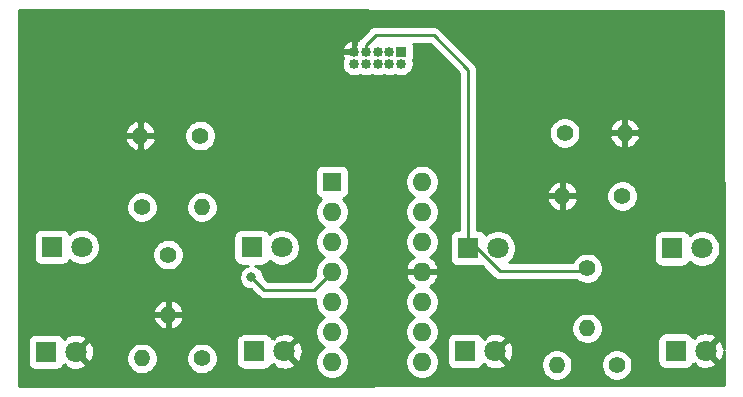
<source format=gbr>
%TF.GenerationSoftware,KiCad,Pcbnew,(5.1.8)-1*%
%TF.CreationDate,2021-01-06T02:07:28+05:30*%
%TF.ProjectId,LSA,4c53412e-6b69-4636-9164-5f7063625858,rev?*%
%TF.SameCoordinates,Original*%
%TF.FileFunction,Copper,L2,Bot*%
%TF.FilePolarity,Positive*%
%FSLAX46Y46*%
G04 Gerber Fmt 4.6, Leading zero omitted, Abs format (unit mm)*
G04 Created by KiCad (PCBNEW (5.1.8)-1) date 2021-01-06 02:07:28*
%MOMM*%
%LPD*%
G01*
G04 APERTURE LIST*
%TA.AperFunction,ComponentPad*%
%ADD10C,1.800000*%
%TD*%
%TA.AperFunction,ComponentPad*%
%ADD11R,1.800000X1.800000*%
%TD*%
%TA.AperFunction,ComponentPad*%
%ADD12O,1.400000X1.400000*%
%TD*%
%TA.AperFunction,ComponentPad*%
%ADD13C,1.400000*%
%TD*%
%TA.AperFunction,ComponentPad*%
%ADD14O,0.850000X0.850000*%
%TD*%
%TA.AperFunction,ComponentPad*%
%ADD15R,0.850000X0.850000*%
%TD*%
%TA.AperFunction,ComponentPad*%
%ADD16O,1.600000X1.600000*%
%TD*%
%TA.AperFunction,ComponentPad*%
%ADD17R,1.600000X1.600000*%
%TD*%
%TA.AperFunction,ViaPad*%
%ADD18C,0.800000*%
%TD*%
%TA.AperFunction,Conductor*%
%ADD19C,0.250000*%
%TD*%
%TA.AperFunction,Conductor*%
%ADD20C,0.254000*%
%TD*%
%TA.AperFunction,Conductor*%
%ADD21C,0.100000*%
%TD*%
G04 APERTURE END LIST*
D10*
%TO.P,D2,2*%
%TO.N,A2*%
X132930000Y-120760000D03*
D11*
%TO.P,D2,1*%
%TO.N,VCC*%
X130390000Y-120760000D03*
%TD*%
D12*
%TO.P,R8,2*%
%TO.N,GND*%
X156690000Y-116410000D03*
D13*
%TO.P,R8,1*%
%TO.N,A4*%
X161770000Y-116410000D03*
%TD*%
D14*
%TO.P,J1,10*%
%TO.N,01*%
X139060000Y-105210000D03*
%TO.P,J1,9*%
%TO.N,GND*%
X139060000Y-104210000D03*
%TO.P,J1,8*%
%TO.N,02*%
X140060000Y-105210000D03*
%TO.P,J1,7*%
%TO.N,VCC*%
X140060000Y-104210000D03*
%TO.P,J1,6*%
%TO.N,03*%
X141060000Y-105210000D03*
%TO.P,J1,5*%
%TO.N,Net-(J1-Pad5)*%
X141060000Y-104210000D03*
%TO.P,J1,4*%
%TO.N,04*%
X142060000Y-105210000D03*
%TO.P,J1,3*%
%TO.N,Net-(J1-Pad3)*%
X142060000Y-104210000D03*
%TO.P,J1,2*%
%TO.N,Net-(J1-Pad2)*%
X143060000Y-105210000D03*
D15*
%TO.P,J1,1*%
%TO.N,Net-(J1-Pad1)*%
X143060000Y-104210000D03*
%TD*%
D10*
%TO.P,D4,2*%
%TO.N,A4*%
X168530000Y-120850000D03*
D11*
%TO.P,D4,1*%
%TO.N,VCC*%
X165990000Y-120850000D03*
%TD*%
D10*
%TO.P,D3,2*%
%TO.N,A3*%
X151250000Y-120820000D03*
D11*
%TO.P,D3,1*%
%TO.N,VCC*%
X148710000Y-120820000D03*
%TD*%
D10*
%TO.P,D1,2*%
%TO.N,A1*%
X116010000Y-120720000D03*
D11*
%TO.P,D1,1*%
%TO.N,VCC*%
X113470000Y-120720000D03*
%TD*%
D16*
%TO.P,U1,14*%
%TO.N,04*%
X144810000Y-115200000D03*
%TO.P,U1,7*%
%TO.N,03*%
X137190000Y-130440000D03*
%TO.P,U1,13*%
%TO.N,04*%
X144810000Y-117740000D03*
%TO.P,U1,6*%
%TO.N,03*%
X137190000Y-127900000D03*
%TO.P,U1,12*%
%TO.N,A4*%
X144810000Y-120280000D03*
%TO.P,U1,5*%
%TO.N,A3*%
X137190000Y-125360000D03*
%TO.P,U1,11*%
%TO.N,GND*%
X144810000Y-122820000D03*
%TO.P,U1,4*%
%TO.N,VCC*%
X137190000Y-122820000D03*
%TO.P,U1,10*%
%TO.N,A2*%
X144810000Y-125360000D03*
%TO.P,U1,3*%
%TO.N,A1*%
X137190000Y-120280000D03*
%TO.P,U1,9*%
%TO.N,02*%
X144810000Y-127900000D03*
%TO.P,U1,2*%
%TO.N,01*%
X137190000Y-117740000D03*
%TO.P,U1,8*%
%TO.N,02*%
X144810000Y-130440000D03*
D17*
%TO.P,U1,1*%
%TO.N,01*%
X137190000Y-115200000D03*
%TD*%
D12*
%TO.P,R7,2*%
%TO.N,GND*%
X161970000Y-111070000D03*
D13*
%TO.P,R7,1*%
%TO.N,A3*%
X156890000Y-111070000D03*
%TD*%
D12*
%TO.P,R6,2*%
%TO.N,GND*%
X120960000Y-111300000D03*
D13*
%TO.P,R6,1*%
%TO.N,A2*%
X126040000Y-111300000D03*
%TD*%
D12*
%TO.P,R5,2*%
%TO.N,GND*%
X123330000Y-126450000D03*
D13*
%TO.P,R5,1*%
%TO.N,A1*%
X123330000Y-121370000D03*
%TD*%
D12*
%TO.P,R4,2*%
%TO.N,Net-(D8-Pad1)*%
X158800000Y-127610000D03*
D13*
%TO.P,R4,1*%
%TO.N,VCC*%
X158800000Y-122530000D03*
%TD*%
D12*
%TO.P,R3,2*%
%TO.N,Net-(D7-Pad1)*%
X156220000Y-130700000D03*
D13*
%TO.P,R3,1*%
%TO.N,VCC*%
X161300000Y-130700000D03*
%TD*%
D12*
%TO.P,R2,2*%
%TO.N,Net-(D6-Pad1)*%
X126170000Y-117350000D03*
D13*
%TO.P,R2,1*%
%TO.N,VCC*%
X121090000Y-117350000D03*
%TD*%
D12*
%TO.P,R1,2*%
%TO.N,Net-(D5-Pad1)*%
X121090000Y-130160000D03*
D13*
%TO.P,R1,1*%
%TO.N,VCC*%
X126170000Y-130160000D03*
%TD*%
D10*
%TO.P,D8,2*%
%TO.N,GND*%
X168820000Y-129500000D03*
D11*
%TO.P,D8,1*%
%TO.N,Net-(D8-Pad1)*%
X166280000Y-129500000D03*
%TD*%
D10*
%TO.P,D7,2*%
%TO.N,GND*%
X151010000Y-129540000D03*
D11*
%TO.P,D7,1*%
%TO.N,Net-(D7-Pad1)*%
X148470000Y-129540000D03*
%TD*%
D10*
%TO.P,D6,2*%
%TO.N,GND*%
X133160000Y-129570000D03*
D11*
%TO.P,D6,1*%
%TO.N,Net-(D6-Pad1)*%
X130620000Y-129570000D03*
%TD*%
D10*
%TO.P,D5,2*%
%TO.N,GND*%
X115510000Y-129600000D03*
D11*
%TO.P,D5,1*%
%TO.N,Net-(D5-Pad1)*%
X112970000Y-129600000D03*
%TD*%
D18*
%TO.N,VCC*%
X130360000Y-123290000D03*
%TD*%
D19*
%TO.N,VCC*%
X130360000Y-123290000D02*
X131420000Y-124350000D01*
X135660000Y-124350000D02*
X137190000Y-122820000D01*
X131420000Y-124350000D02*
X135660000Y-124350000D01*
X149436998Y-120820000D02*
X151416998Y-122800000D01*
X148710000Y-120820000D02*
X149436998Y-120820000D01*
X158530000Y-122800000D02*
X158800000Y-122530000D01*
X151416998Y-122800000D02*
X158530000Y-122800000D01*
X140060000Y-103608960D02*
X140908960Y-102760000D01*
X140060000Y-104210000D02*
X140060000Y-103608960D01*
X143045002Y-102760000D02*
X143085002Y-102800000D01*
X140908960Y-102760000D02*
X143045002Y-102760000D01*
X143085002Y-102800000D02*
X145800000Y-102800000D01*
X148710000Y-105710000D02*
X148710000Y-120820000D01*
X145800000Y-102800000D02*
X148710000Y-105710000D01*
%TD*%
D20*
%TO.N,GND*%
X170330599Y-100749459D02*
X170356648Y-129402925D01*
X170318397Y-129134093D01*
X170218222Y-128848801D01*
X170138261Y-128699208D01*
X169884080Y-128615525D01*
X168999605Y-129500000D01*
X169884080Y-130384475D01*
X170138261Y-130300792D01*
X170269158Y-130028225D01*
X170344365Y-129735358D01*
X170356746Y-129510533D01*
X170359401Y-132430782D01*
X110729601Y-132499243D01*
X110727307Y-128700000D01*
X111431928Y-128700000D01*
X111431928Y-130500000D01*
X111444188Y-130624482D01*
X111480498Y-130744180D01*
X111539463Y-130854494D01*
X111618815Y-130951185D01*
X111715506Y-131030537D01*
X111825820Y-131089502D01*
X111945518Y-131125812D01*
X112070000Y-131138072D01*
X113870000Y-131138072D01*
X113994482Y-131125812D01*
X114114180Y-131089502D01*
X114224494Y-131030537D01*
X114321185Y-130951185D01*
X114400537Y-130854494D01*
X114459502Y-130744180D01*
X114462813Y-130733265D01*
X114509578Y-130780030D01*
X114625526Y-130664082D01*
X114709208Y-130918261D01*
X114981775Y-131049158D01*
X115274642Y-131124365D01*
X115576553Y-131140991D01*
X115875907Y-131098397D01*
X116161199Y-130998222D01*
X116310792Y-130918261D01*
X116394475Y-130664080D01*
X115510000Y-129779605D01*
X115495858Y-129793748D01*
X115316253Y-129614143D01*
X115330395Y-129600000D01*
X115689605Y-129600000D01*
X116574080Y-130484475D01*
X116828261Y-130400792D01*
X116959158Y-130128225D01*
X116984763Y-130028514D01*
X119755000Y-130028514D01*
X119755000Y-130291486D01*
X119806304Y-130549405D01*
X119906939Y-130792359D01*
X120053038Y-131011013D01*
X120238987Y-131196962D01*
X120457641Y-131343061D01*
X120700595Y-131443696D01*
X120958514Y-131495000D01*
X121221486Y-131495000D01*
X121479405Y-131443696D01*
X121722359Y-131343061D01*
X121941013Y-131196962D01*
X122126962Y-131011013D01*
X122273061Y-130792359D01*
X122373696Y-130549405D01*
X122425000Y-130291486D01*
X122425000Y-130028514D01*
X124835000Y-130028514D01*
X124835000Y-130291486D01*
X124886304Y-130549405D01*
X124986939Y-130792359D01*
X125133038Y-131011013D01*
X125318987Y-131196962D01*
X125537641Y-131343061D01*
X125780595Y-131443696D01*
X126038514Y-131495000D01*
X126301486Y-131495000D01*
X126559405Y-131443696D01*
X126802359Y-131343061D01*
X127021013Y-131196962D01*
X127206962Y-131011013D01*
X127353061Y-130792359D01*
X127453696Y-130549405D01*
X127505000Y-130291486D01*
X127505000Y-130028514D01*
X127453696Y-129770595D01*
X127353061Y-129527641D01*
X127206962Y-129308987D01*
X127021013Y-129123038D01*
X126802359Y-128976939D01*
X126559405Y-128876304D01*
X126301486Y-128825000D01*
X126038514Y-128825000D01*
X125780595Y-128876304D01*
X125537641Y-128976939D01*
X125318987Y-129123038D01*
X125133038Y-129308987D01*
X124986939Y-129527641D01*
X124886304Y-129770595D01*
X124835000Y-130028514D01*
X122425000Y-130028514D01*
X122373696Y-129770595D01*
X122273061Y-129527641D01*
X122126962Y-129308987D01*
X121941013Y-129123038D01*
X121722359Y-128976939D01*
X121479405Y-128876304D01*
X121221486Y-128825000D01*
X120958514Y-128825000D01*
X120700595Y-128876304D01*
X120457641Y-128976939D01*
X120238987Y-129123038D01*
X120053038Y-129308987D01*
X119906939Y-129527641D01*
X119806304Y-129770595D01*
X119755000Y-130028514D01*
X116984763Y-130028514D01*
X117034365Y-129835358D01*
X117050991Y-129533447D01*
X117008397Y-129234093D01*
X116908222Y-128948801D01*
X116828261Y-128799208D01*
X116574080Y-128715525D01*
X115689605Y-129600000D01*
X115330395Y-129600000D01*
X115316253Y-129585858D01*
X115495858Y-129406253D01*
X115510000Y-129420395D01*
X116260395Y-128670000D01*
X129081928Y-128670000D01*
X129081928Y-130470000D01*
X129094188Y-130594482D01*
X129130498Y-130714180D01*
X129189463Y-130824494D01*
X129268815Y-130921185D01*
X129365506Y-131000537D01*
X129475820Y-131059502D01*
X129595518Y-131095812D01*
X129720000Y-131108072D01*
X131520000Y-131108072D01*
X131644482Y-131095812D01*
X131764180Y-131059502D01*
X131874494Y-131000537D01*
X131971185Y-130921185D01*
X132050537Y-130824494D01*
X132109502Y-130714180D01*
X132112813Y-130703265D01*
X132159578Y-130750030D01*
X132275526Y-130634082D01*
X132359208Y-130888261D01*
X132631775Y-131019158D01*
X132924642Y-131094365D01*
X133226553Y-131110991D01*
X133525907Y-131068397D01*
X133811199Y-130968222D01*
X133960792Y-130888261D01*
X134044475Y-130634080D01*
X133160000Y-129749605D01*
X133145858Y-129763748D01*
X132966253Y-129584143D01*
X132980395Y-129570000D01*
X133339605Y-129570000D01*
X134224080Y-130454475D01*
X134478261Y-130370792D01*
X134609158Y-130098225D01*
X134684365Y-129805358D01*
X134700991Y-129503447D01*
X134658397Y-129204093D01*
X134558222Y-128918801D01*
X134478261Y-128769208D01*
X134224080Y-128685525D01*
X133339605Y-129570000D01*
X132980395Y-129570000D01*
X132966253Y-129555858D01*
X133145858Y-129376253D01*
X133160000Y-129390395D01*
X134044475Y-128505920D01*
X133960792Y-128251739D01*
X133688225Y-128120842D01*
X133395358Y-128045635D01*
X133093447Y-128029009D01*
X132794093Y-128071603D01*
X132508801Y-128171778D01*
X132359208Y-128251739D01*
X132275526Y-128505918D01*
X132159578Y-128389970D01*
X132112813Y-128436735D01*
X132109502Y-128425820D01*
X132050537Y-128315506D01*
X131971185Y-128218815D01*
X131874494Y-128139463D01*
X131764180Y-128080498D01*
X131644482Y-128044188D01*
X131520000Y-128031928D01*
X129720000Y-128031928D01*
X129595518Y-128044188D01*
X129475820Y-128080498D01*
X129365506Y-128139463D01*
X129268815Y-128218815D01*
X129189463Y-128315506D01*
X129130498Y-128425820D01*
X129094188Y-128545518D01*
X129081928Y-128670000D01*
X116260395Y-128670000D01*
X116394475Y-128535920D01*
X116310792Y-128281739D01*
X116038225Y-128150842D01*
X115745358Y-128075635D01*
X115443447Y-128059009D01*
X115144093Y-128101603D01*
X114858801Y-128201778D01*
X114709208Y-128281739D01*
X114625526Y-128535918D01*
X114509578Y-128419970D01*
X114462813Y-128466735D01*
X114459502Y-128455820D01*
X114400537Y-128345506D01*
X114321185Y-128248815D01*
X114224494Y-128169463D01*
X114114180Y-128110498D01*
X113994482Y-128074188D01*
X113870000Y-128061928D01*
X112070000Y-128061928D01*
X111945518Y-128074188D01*
X111825820Y-128110498D01*
X111715506Y-128169463D01*
X111618815Y-128248815D01*
X111539463Y-128345506D01*
X111480498Y-128455820D01*
X111444188Y-128575518D01*
X111431928Y-128700000D01*
X110727307Y-128700000D01*
X110726150Y-126783330D01*
X122037278Y-126783330D01*
X122127147Y-127029123D01*
X122263241Y-127252660D01*
X122440330Y-127445351D01*
X122651608Y-127599792D01*
X122888956Y-127710047D01*
X122996671Y-127742716D01*
X123203000Y-127619374D01*
X123203000Y-126577000D01*
X123457000Y-126577000D01*
X123457000Y-127619374D01*
X123663329Y-127742716D01*
X123771044Y-127710047D01*
X124008392Y-127599792D01*
X124219670Y-127445351D01*
X124396759Y-127252660D01*
X124532853Y-127029123D01*
X124622722Y-126783330D01*
X124500201Y-126577000D01*
X123457000Y-126577000D01*
X123203000Y-126577000D01*
X122159799Y-126577000D01*
X122037278Y-126783330D01*
X110726150Y-126783330D01*
X110725748Y-126116670D01*
X122037278Y-126116670D01*
X122159799Y-126323000D01*
X123203000Y-126323000D01*
X123203000Y-125280626D01*
X123457000Y-125280626D01*
X123457000Y-126323000D01*
X124500201Y-126323000D01*
X124622722Y-126116670D01*
X124532853Y-125870877D01*
X124396759Y-125647340D01*
X124219670Y-125454649D01*
X124008392Y-125300208D01*
X123771044Y-125189953D01*
X123663329Y-125157284D01*
X123457000Y-125280626D01*
X123203000Y-125280626D01*
X122996671Y-125157284D01*
X122888956Y-125189953D01*
X122651608Y-125300208D01*
X122440330Y-125454649D01*
X122263241Y-125647340D01*
X122127147Y-125870877D01*
X122037278Y-126116670D01*
X110725748Y-126116670D01*
X110721945Y-119820000D01*
X111931928Y-119820000D01*
X111931928Y-121620000D01*
X111944188Y-121744482D01*
X111980498Y-121864180D01*
X112039463Y-121974494D01*
X112118815Y-122071185D01*
X112215506Y-122150537D01*
X112325820Y-122209502D01*
X112445518Y-122245812D01*
X112570000Y-122258072D01*
X114370000Y-122258072D01*
X114494482Y-122245812D01*
X114614180Y-122209502D01*
X114724494Y-122150537D01*
X114821185Y-122071185D01*
X114900537Y-121974494D01*
X114959502Y-121864180D01*
X114965056Y-121845873D01*
X115031495Y-121912312D01*
X115282905Y-122080299D01*
X115562257Y-122196011D01*
X115858816Y-122255000D01*
X116161184Y-122255000D01*
X116457743Y-122196011D01*
X116737095Y-122080299D01*
X116988505Y-121912312D01*
X117202312Y-121698505D01*
X117370299Y-121447095D01*
X117456696Y-121238514D01*
X121995000Y-121238514D01*
X121995000Y-121501486D01*
X122046304Y-121759405D01*
X122146939Y-122002359D01*
X122293038Y-122221013D01*
X122478987Y-122406962D01*
X122697641Y-122553061D01*
X122940595Y-122653696D01*
X123198514Y-122705000D01*
X123461486Y-122705000D01*
X123719405Y-122653696D01*
X123962359Y-122553061D01*
X124181013Y-122406962D01*
X124366962Y-122221013D01*
X124513061Y-122002359D01*
X124613696Y-121759405D01*
X124665000Y-121501486D01*
X124665000Y-121238514D01*
X124613696Y-120980595D01*
X124513061Y-120737641D01*
X124366962Y-120518987D01*
X124181013Y-120333038D01*
X123962359Y-120186939D01*
X123719405Y-120086304D01*
X123461486Y-120035000D01*
X123198514Y-120035000D01*
X122940595Y-120086304D01*
X122697641Y-120186939D01*
X122478987Y-120333038D01*
X122293038Y-120518987D01*
X122146939Y-120737641D01*
X122046304Y-120980595D01*
X121995000Y-121238514D01*
X117456696Y-121238514D01*
X117486011Y-121167743D01*
X117545000Y-120871184D01*
X117545000Y-120568816D01*
X117486011Y-120272257D01*
X117370299Y-119992905D01*
X117281495Y-119860000D01*
X128851928Y-119860000D01*
X128851928Y-121660000D01*
X128864188Y-121784482D01*
X128900498Y-121904180D01*
X128959463Y-122014494D01*
X129038815Y-122111185D01*
X129135506Y-122190537D01*
X129245820Y-122249502D01*
X129365518Y-122285812D01*
X129490000Y-122298072D01*
X130050140Y-122298072D01*
X129869744Y-122372795D01*
X129700226Y-122486063D01*
X129556063Y-122630226D01*
X129442795Y-122799744D01*
X129364774Y-122988102D01*
X129325000Y-123188061D01*
X129325000Y-123391939D01*
X129364774Y-123591898D01*
X129442795Y-123780256D01*
X129556063Y-123949774D01*
X129700226Y-124093937D01*
X129869744Y-124207205D01*
X130058102Y-124285226D01*
X130258061Y-124325000D01*
X130320198Y-124325000D01*
X130856205Y-124861008D01*
X130879999Y-124890001D01*
X130908992Y-124913795D01*
X130908996Y-124913799D01*
X130979685Y-124971811D01*
X130995724Y-124984974D01*
X131127753Y-125055546D01*
X131271014Y-125099003D01*
X131382667Y-125110000D01*
X131382676Y-125110000D01*
X131419999Y-125113676D01*
X131457322Y-125110000D01*
X135622678Y-125110000D01*
X135660000Y-125113676D01*
X135697322Y-125110000D01*
X135697333Y-125110000D01*
X135778199Y-125102035D01*
X135755000Y-125218665D01*
X135755000Y-125501335D01*
X135810147Y-125778574D01*
X135918320Y-126039727D01*
X136075363Y-126274759D01*
X136275241Y-126474637D01*
X136507759Y-126630000D01*
X136275241Y-126785363D01*
X136075363Y-126985241D01*
X135918320Y-127220273D01*
X135810147Y-127481426D01*
X135755000Y-127758665D01*
X135755000Y-128041335D01*
X135810147Y-128318574D01*
X135918320Y-128579727D01*
X136075363Y-128814759D01*
X136275241Y-129014637D01*
X136507759Y-129170000D01*
X136275241Y-129325363D01*
X136075363Y-129525241D01*
X135918320Y-129760273D01*
X135810147Y-130021426D01*
X135755000Y-130298665D01*
X135755000Y-130581335D01*
X135810147Y-130858574D01*
X135918320Y-131119727D01*
X136075363Y-131354759D01*
X136275241Y-131554637D01*
X136510273Y-131711680D01*
X136771426Y-131819853D01*
X137048665Y-131875000D01*
X137331335Y-131875000D01*
X137608574Y-131819853D01*
X137869727Y-131711680D01*
X138104759Y-131554637D01*
X138304637Y-131354759D01*
X138461680Y-131119727D01*
X138569853Y-130858574D01*
X138625000Y-130581335D01*
X138625000Y-130298665D01*
X138569853Y-130021426D01*
X138461680Y-129760273D01*
X138304637Y-129525241D01*
X138104759Y-129325363D01*
X137872241Y-129170000D01*
X138104759Y-129014637D01*
X138304637Y-128814759D01*
X138461680Y-128579727D01*
X138569853Y-128318574D01*
X138625000Y-128041335D01*
X138625000Y-127758665D01*
X138569853Y-127481426D01*
X138461680Y-127220273D01*
X138304637Y-126985241D01*
X138104759Y-126785363D01*
X137872241Y-126630000D01*
X138104759Y-126474637D01*
X138304637Y-126274759D01*
X138461680Y-126039727D01*
X138569853Y-125778574D01*
X138625000Y-125501335D01*
X138625000Y-125218665D01*
X143375000Y-125218665D01*
X143375000Y-125501335D01*
X143430147Y-125778574D01*
X143538320Y-126039727D01*
X143695363Y-126274759D01*
X143895241Y-126474637D01*
X144127759Y-126630000D01*
X143895241Y-126785363D01*
X143695363Y-126985241D01*
X143538320Y-127220273D01*
X143430147Y-127481426D01*
X143375000Y-127758665D01*
X143375000Y-128041335D01*
X143430147Y-128318574D01*
X143538320Y-128579727D01*
X143695363Y-128814759D01*
X143895241Y-129014637D01*
X144127759Y-129170000D01*
X143895241Y-129325363D01*
X143695363Y-129525241D01*
X143538320Y-129760273D01*
X143430147Y-130021426D01*
X143375000Y-130298665D01*
X143375000Y-130581335D01*
X143430147Y-130858574D01*
X143538320Y-131119727D01*
X143695363Y-131354759D01*
X143895241Y-131554637D01*
X144130273Y-131711680D01*
X144391426Y-131819853D01*
X144668665Y-131875000D01*
X144951335Y-131875000D01*
X145228574Y-131819853D01*
X145489727Y-131711680D01*
X145724759Y-131554637D01*
X145924637Y-131354759D01*
X146081680Y-131119727D01*
X146189853Y-130858574D01*
X146245000Y-130581335D01*
X146245000Y-130298665D01*
X146189853Y-130021426D01*
X146081680Y-129760273D01*
X145924637Y-129525241D01*
X145724759Y-129325363D01*
X145492241Y-129170000D01*
X145724759Y-129014637D01*
X145924637Y-128814759D01*
X146041406Y-128640000D01*
X146931928Y-128640000D01*
X146931928Y-130440000D01*
X146944188Y-130564482D01*
X146980498Y-130684180D01*
X147039463Y-130794494D01*
X147118815Y-130891185D01*
X147215506Y-130970537D01*
X147325820Y-131029502D01*
X147445518Y-131065812D01*
X147570000Y-131078072D01*
X149370000Y-131078072D01*
X149494482Y-131065812D01*
X149614180Y-131029502D01*
X149724494Y-130970537D01*
X149821185Y-130891185D01*
X149900537Y-130794494D01*
X149959502Y-130684180D01*
X149962813Y-130673265D01*
X150009578Y-130720030D01*
X150125526Y-130604082D01*
X150209208Y-130858261D01*
X150481775Y-130989158D01*
X150774642Y-131064365D01*
X151076553Y-131080991D01*
X151375907Y-131038397D01*
X151661199Y-130938222D01*
X151810792Y-130858261D01*
X151894475Y-130604080D01*
X151858909Y-130568514D01*
X154885000Y-130568514D01*
X154885000Y-130831486D01*
X154936304Y-131089405D01*
X155036939Y-131332359D01*
X155183038Y-131551013D01*
X155368987Y-131736962D01*
X155587641Y-131883061D01*
X155830595Y-131983696D01*
X156088514Y-132035000D01*
X156351486Y-132035000D01*
X156609405Y-131983696D01*
X156852359Y-131883061D01*
X157071013Y-131736962D01*
X157256962Y-131551013D01*
X157403061Y-131332359D01*
X157503696Y-131089405D01*
X157555000Y-130831486D01*
X157555000Y-130568514D01*
X159965000Y-130568514D01*
X159965000Y-130831486D01*
X160016304Y-131089405D01*
X160116939Y-131332359D01*
X160263038Y-131551013D01*
X160448987Y-131736962D01*
X160667641Y-131883061D01*
X160910595Y-131983696D01*
X161168514Y-132035000D01*
X161431486Y-132035000D01*
X161689405Y-131983696D01*
X161932359Y-131883061D01*
X162151013Y-131736962D01*
X162336962Y-131551013D01*
X162483061Y-131332359D01*
X162583696Y-131089405D01*
X162635000Y-130831486D01*
X162635000Y-130568514D01*
X162583696Y-130310595D01*
X162483061Y-130067641D01*
X162336962Y-129848987D01*
X162151013Y-129663038D01*
X161932359Y-129516939D01*
X161689405Y-129416304D01*
X161431486Y-129365000D01*
X161168514Y-129365000D01*
X160910595Y-129416304D01*
X160667641Y-129516939D01*
X160448987Y-129663038D01*
X160263038Y-129848987D01*
X160116939Y-130067641D01*
X160016304Y-130310595D01*
X159965000Y-130568514D01*
X157555000Y-130568514D01*
X157503696Y-130310595D01*
X157403061Y-130067641D01*
X157256962Y-129848987D01*
X157071013Y-129663038D01*
X156852359Y-129516939D01*
X156609405Y-129416304D01*
X156351486Y-129365000D01*
X156088514Y-129365000D01*
X155830595Y-129416304D01*
X155587641Y-129516939D01*
X155368987Y-129663038D01*
X155183038Y-129848987D01*
X155036939Y-130067641D01*
X154936304Y-130310595D01*
X154885000Y-130568514D01*
X151858909Y-130568514D01*
X151010000Y-129719605D01*
X150995858Y-129733748D01*
X150816253Y-129554143D01*
X150830395Y-129540000D01*
X151189605Y-129540000D01*
X152074080Y-130424475D01*
X152328261Y-130340792D01*
X152459158Y-130068225D01*
X152534365Y-129775358D01*
X152550991Y-129473447D01*
X152508397Y-129174093D01*
X152408222Y-128888801D01*
X152328261Y-128739208D01*
X152074080Y-128655525D01*
X151189605Y-129540000D01*
X150830395Y-129540000D01*
X150816253Y-129525858D01*
X150995858Y-129346253D01*
X151010000Y-129360395D01*
X151894475Y-128475920D01*
X151810792Y-128221739D01*
X151538225Y-128090842D01*
X151245358Y-128015635D01*
X150943447Y-127999009D01*
X150644093Y-128041603D01*
X150358801Y-128141778D01*
X150209208Y-128221739D01*
X150125526Y-128475918D01*
X150009578Y-128359970D01*
X149962813Y-128406735D01*
X149959502Y-128395820D01*
X149900537Y-128285506D01*
X149821185Y-128188815D01*
X149724494Y-128109463D01*
X149614180Y-128050498D01*
X149494482Y-128014188D01*
X149370000Y-128001928D01*
X147570000Y-128001928D01*
X147445518Y-128014188D01*
X147325820Y-128050498D01*
X147215506Y-128109463D01*
X147118815Y-128188815D01*
X147039463Y-128285506D01*
X146980498Y-128395820D01*
X146944188Y-128515518D01*
X146931928Y-128640000D01*
X146041406Y-128640000D01*
X146081680Y-128579727D01*
X146189853Y-128318574D01*
X146245000Y-128041335D01*
X146245000Y-127758665D01*
X146189853Y-127481426D01*
X146188647Y-127478514D01*
X157465000Y-127478514D01*
X157465000Y-127741486D01*
X157516304Y-127999405D01*
X157616939Y-128242359D01*
X157763038Y-128461013D01*
X157948987Y-128646962D01*
X158167641Y-128793061D01*
X158410595Y-128893696D01*
X158668514Y-128945000D01*
X158931486Y-128945000D01*
X159189405Y-128893696D01*
X159432359Y-128793061D01*
X159651013Y-128646962D01*
X159697975Y-128600000D01*
X164741928Y-128600000D01*
X164741928Y-130400000D01*
X164754188Y-130524482D01*
X164790498Y-130644180D01*
X164849463Y-130754494D01*
X164928815Y-130851185D01*
X165025506Y-130930537D01*
X165135820Y-130989502D01*
X165255518Y-131025812D01*
X165380000Y-131038072D01*
X167180000Y-131038072D01*
X167304482Y-131025812D01*
X167424180Y-130989502D01*
X167534494Y-130930537D01*
X167631185Y-130851185D01*
X167710537Y-130754494D01*
X167769502Y-130644180D01*
X167772813Y-130633265D01*
X167819578Y-130680030D01*
X167935526Y-130564082D01*
X168019208Y-130818261D01*
X168291775Y-130949158D01*
X168584642Y-131024365D01*
X168886553Y-131040991D01*
X169185907Y-130998397D01*
X169471199Y-130898222D01*
X169620792Y-130818261D01*
X169704475Y-130564080D01*
X168820000Y-129679605D01*
X168805858Y-129693748D01*
X168626253Y-129514143D01*
X168640395Y-129500000D01*
X168626253Y-129485858D01*
X168805858Y-129306253D01*
X168820000Y-129320395D01*
X169704475Y-128435920D01*
X169620792Y-128181739D01*
X169348225Y-128050842D01*
X169055358Y-127975635D01*
X168753447Y-127959009D01*
X168454093Y-128001603D01*
X168168801Y-128101778D01*
X168019208Y-128181739D01*
X167935526Y-128435918D01*
X167819578Y-128319970D01*
X167772813Y-128366735D01*
X167769502Y-128355820D01*
X167710537Y-128245506D01*
X167631185Y-128148815D01*
X167534494Y-128069463D01*
X167424180Y-128010498D01*
X167304482Y-127974188D01*
X167180000Y-127961928D01*
X165380000Y-127961928D01*
X165255518Y-127974188D01*
X165135820Y-128010498D01*
X165025506Y-128069463D01*
X164928815Y-128148815D01*
X164849463Y-128245506D01*
X164790498Y-128355820D01*
X164754188Y-128475518D01*
X164741928Y-128600000D01*
X159697975Y-128600000D01*
X159836962Y-128461013D01*
X159983061Y-128242359D01*
X160083696Y-127999405D01*
X160135000Y-127741486D01*
X160135000Y-127478514D01*
X160083696Y-127220595D01*
X159983061Y-126977641D01*
X159836962Y-126758987D01*
X159651013Y-126573038D01*
X159432359Y-126426939D01*
X159189405Y-126326304D01*
X158931486Y-126275000D01*
X158668514Y-126275000D01*
X158410595Y-126326304D01*
X158167641Y-126426939D01*
X157948987Y-126573038D01*
X157763038Y-126758987D01*
X157616939Y-126977641D01*
X157516304Y-127220595D01*
X157465000Y-127478514D01*
X146188647Y-127478514D01*
X146081680Y-127220273D01*
X145924637Y-126985241D01*
X145724759Y-126785363D01*
X145492241Y-126630000D01*
X145724759Y-126474637D01*
X145924637Y-126274759D01*
X146081680Y-126039727D01*
X146189853Y-125778574D01*
X146245000Y-125501335D01*
X146245000Y-125218665D01*
X146189853Y-124941426D01*
X146081680Y-124680273D01*
X145924637Y-124445241D01*
X145724759Y-124245363D01*
X145489727Y-124088320D01*
X145479135Y-124083933D01*
X145665131Y-123972385D01*
X145873519Y-123783414D01*
X146041037Y-123557420D01*
X146161246Y-123303087D01*
X146201904Y-123169039D01*
X146079915Y-122947000D01*
X144937000Y-122947000D01*
X144937000Y-122967000D01*
X144683000Y-122967000D01*
X144683000Y-122947000D01*
X143540085Y-122947000D01*
X143418096Y-123169039D01*
X143458754Y-123303087D01*
X143578963Y-123557420D01*
X143746481Y-123783414D01*
X143954869Y-123972385D01*
X144140865Y-124083933D01*
X144130273Y-124088320D01*
X143895241Y-124245363D01*
X143695363Y-124445241D01*
X143538320Y-124680273D01*
X143430147Y-124941426D01*
X143375000Y-125218665D01*
X138625000Y-125218665D01*
X138569853Y-124941426D01*
X138461680Y-124680273D01*
X138304637Y-124445241D01*
X138104759Y-124245363D01*
X137872241Y-124090000D01*
X138104759Y-123934637D01*
X138304637Y-123734759D01*
X138461680Y-123499727D01*
X138569853Y-123238574D01*
X138625000Y-122961335D01*
X138625000Y-122678665D01*
X138569853Y-122401426D01*
X138461680Y-122140273D01*
X138304637Y-121905241D01*
X138104759Y-121705363D01*
X137872241Y-121550000D01*
X138104759Y-121394637D01*
X138304637Y-121194759D01*
X138461680Y-120959727D01*
X138569853Y-120698574D01*
X138625000Y-120421335D01*
X138625000Y-120138665D01*
X138569853Y-119861426D01*
X138461680Y-119600273D01*
X138304637Y-119365241D01*
X138104759Y-119165363D01*
X137872241Y-119010000D01*
X138104759Y-118854637D01*
X138304637Y-118654759D01*
X138461680Y-118419727D01*
X138569853Y-118158574D01*
X138625000Y-117881335D01*
X138625000Y-117598665D01*
X138569853Y-117321426D01*
X138461680Y-117060273D01*
X138304637Y-116825241D01*
X138106039Y-116626643D01*
X138114482Y-116625812D01*
X138234180Y-116589502D01*
X138344494Y-116530537D01*
X138441185Y-116451185D01*
X138520537Y-116354494D01*
X138579502Y-116244180D01*
X138615812Y-116124482D01*
X138628072Y-116000000D01*
X138628072Y-115058665D01*
X143375000Y-115058665D01*
X143375000Y-115341335D01*
X143430147Y-115618574D01*
X143538320Y-115879727D01*
X143695363Y-116114759D01*
X143895241Y-116314637D01*
X144127759Y-116470000D01*
X143895241Y-116625363D01*
X143695363Y-116825241D01*
X143538320Y-117060273D01*
X143430147Y-117321426D01*
X143375000Y-117598665D01*
X143375000Y-117881335D01*
X143430147Y-118158574D01*
X143538320Y-118419727D01*
X143695363Y-118654759D01*
X143895241Y-118854637D01*
X144127759Y-119010000D01*
X143895241Y-119165363D01*
X143695363Y-119365241D01*
X143538320Y-119600273D01*
X143430147Y-119861426D01*
X143375000Y-120138665D01*
X143375000Y-120421335D01*
X143430147Y-120698574D01*
X143538320Y-120959727D01*
X143695363Y-121194759D01*
X143895241Y-121394637D01*
X144130273Y-121551680D01*
X144140865Y-121556067D01*
X143954869Y-121667615D01*
X143746481Y-121856586D01*
X143578963Y-122082580D01*
X143458754Y-122336913D01*
X143418096Y-122470961D01*
X143540085Y-122693000D01*
X144683000Y-122693000D01*
X144683000Y-122673000D01*
X144937000Y-122673000D01*
X144937000Y-122693000D01*
X146079915Y-122693000D01*
X146201904Y-122470961D01*
X146161246Y-122336913D01*
X146041037Y-122082580D01*
X145873519Y-121856586D01*
X145665131Y-121667615D01*
X145479135Y-121556067D01*
X145489727Y-121551680D01*
X145724759Y-121394637D01*
X145924637Y-121194759D01*
X146081680Y-120959727D01*
X146189853Y-120698574D01*
X146245000Y-120421335D01*
X146245000Y-120138665D01*
X146189853Y-119861426D01*
X146081680Y-119600273D01*
X145924637Y-119365241D01*
X145724759Y-119165363D01*
X145492241Y-119010000D01*
X145724759Y-118854637D01*
X145924637Y-118654759D01*
X146081680Y-118419727D01*
X146189853Y-118158574D01*
X146245000Y-117881335D01*
X146245000Y-117598665D01*
X146189853Y-117321426D01*
X146081680Y-117060273D01*
X145924637Y-116825241D01*
X145724759Y-116625363D01*
X145492241Y-116470000D01*
X145724759Y-116314637D01*
X145924637Y-116114759D01*
X146081680Y-115879727D01*
X146189853Y-115618574D01*
X146245000Y-115341335D01*
X146245000Y-115058665D01*
X146189853Y-114781426D01*
X146081680Y-114520273D01*
X145924637Y-114285241D01*
X145724759Y-114085363D01*
X145489727Y-113928320D01*
X145228574Y-113820147D01*
X144951335Y-113765000D01*
X144668665Y-113765000D01*
X144391426Y-113820147D01*
X144130273Y-113928320D01*
X143895241Y-114085363D01*
X143695363Y-114285241D01*
X143538320Y-114520273D01*
X143430147Y-114781426D01*
X143375000Y-115058665D01*
X138628072Y-115058665D01*
X138628072Y-114400000D01*
X138615812Y-114275518D01*
X138579502Y-114155820D01*
X138520537Y-114045506D01*
X138441185Y-113948815D01*
X138344494Y-113869463D01*
X138234180Y-113810498D01*
X138114482Y-113774188D01*
X137990000Y-113761928D01*
X136390000Y-113761928D01*
X136265518Y-113774188D01*
X136145820Y-113810498D01*
X136035506Y-113869463D01*
X135938815Y-113948815D01*
X135859463Y-114045506D01*
X135800498Y-114155820D01*
X135764188Y-114275518D01*
X135751928Y-114400000D01*
X135751928Y-116000000D01*
X135764188Y-116124482D01*
X135800498Y-116244180D01*
X135859463Y-116354494D01*
X135938815Y-116451185D01*
X136035506Y-116530537D01*
X136145820Y-116589502D01*
X136265518Y-116625812D01*
X136273961Y-116626643D01*
X136075363Y-116825241D01*
X135918320Y-117060273D01*
X135810147Y-117321426D01*
X135755000Y-117598665D01*
X135755000Y-117881335D01*
X135810147Y-118158574D01*
X135918320Y-118419727D01*
X136075363Y-118654759D01*
X136275241Y-118854637D01*
X136507759Y-119010000D01*
X136275241Y-119165363D01*
X136075363Y-119365241D01*
X135918320Y-119600273D01*
X135810147Y-119861426D01*
X135755000Y-120138665D01*
X135755000Y-120421335D01*
X135810147Y-120698574D01*
X135918320Y-120959727D01*
X136075363Y-121194759D01*
X136275241Y-121394637D01*
X136507759Y-121550000D01*
X136275241Y-121705363D01*
X136075363Y-121905241D01*
X135918320Y-122140273D01*
X135810147Y-122401426D01*
X135755000Y-122678665D01*
X135755000Y-122961335D01*
X135791312Y-123143886D01*
X135345199Y-123590000D01*
X131734803Y-123590000D01*
X131395000Y-123250198D01*
X131395000Y-123188061D01*
X131355226Y-122988102D01*
X131277205Y-122799744D01*
X131163937Y-122630226D01*
X131019774Y-122486063D01*
X130850256Y-122372795D01*
X130669860Y-122298072D01*
X131290000Y-122298072D01*
X131414482Y-122285812D01*
X131534180Y-122249502D01*
X131644494Y-122190537D01*
X131741185Y-122111185D01*
X131820537Y-122014494D01*
X131879502Y-121904180D01*
X131885056Y-121885873D01*
X131951495Y-121952312D01*
X132202905Y-122120299D01*
X132482257Y-122236011D01*
X132778816Y-122295000D01*
X133081184Y-122295000D01*
X133377743Y-122236011D01*
X133657095Y-122120299D01*
X133908505Y-121952312D01*
X134122312Y-121738505D01*
X134290299Y-121487095D01*
X134406011Y-121207743D01*
X134465000Y-120911184D01*
X134465000Y-120608816D01*
X134406011Y-120312257D01*
X134290299Y-120032905D01*
X134122312Y-119781495D01*
X133908505Y-119567688D01*
X133657095Y-119399701D01*
X133377743Y-119283989D01*
X133081184Y-119225000D01*
X132778816Y-119225000D01*
X132482257Y-119283989D01*
X132202905Y-119399701D01*
X131951495Y-119567688D01*
X131885056Y-119634127D01*
X131879502Y-119615820D01*
X131820537Y-119505506D01*
X131741185Y-119408815D01*
X131644494Y-119329463D01*
X131534180Y-119270498D01*
X131414482Y-119234188D01*
X131290000Y-119221928D01*
X129490000Y-119221928D01*
X129365518Y-119234188D01*
X129245820Y-119270498D01*
X129135506Y-119329463D01*
X129038815Y-119408815D01*
X128959463Y-119505506D01*
X128900498Y-119615820D01*
X128864188Y-119735518D01*
X128851928Y-119860000D01*
X117281495Y-119860000D01*
X117202312Y-119741495D01*
X116988505Y-119527688D01*
X116737095Y-119359701D01*
X116457743Y-119243989D01*
X116161184Y-119185000D01*
X115858816Y-119185000D01*
X115562257Y-119243989D01*
X115282905Y-119359701D01*
X115031495Y-119527688D01*
X114965056Y-119594127D01*
X114959502Y-119575820D01*
X114900537Y-119465506D01*
X114821185Y-119368815D01*
X114724494Y-119289463D01*
X114614180Y-119230498D01*
X114494482Y-119194188D01*
X114370000Y-119181928D01*
X112570000Y-119181928D01*
X112445518Y-119194188D01*
X112325820Y-119230498D01*
X112215506Y-119289463D01*
X112118815Y-119368815D01*
X112039463Y-119465506D01*
X111980498Y-119575820D01*
X111944188Y-119695518D01*
X111931928Y-119820000D01*
X110721945Y-119820000D01*
X110720375Y-117218514D01*
X119755000Y-117218514D01*
X119755000Y-117481486D01*
X119806304Y-117739405D01*
X119906939Y-117982359D01*
X120053038Y-118201013D01*
X120238987Y-118386962D01*
X120457641Y-118533061D01*
X120700595Y-118633696D01*
X120958514Y-118685000D01*
X121221486Y-118685000D01*
X121479405Y-118633696D01*
X121722359Y-118533061D01*
X121941013Y-118386962D01*
X122126962Y-118201013D01*
X122273061Y-117982359D01*
X122373696Y-117739405D01*
X122425000Y-117481486D01*
X122425000Y-117218514D01*
X124835000Y-117218514D01*
X124835000Y-117481486D01*
X124886304Y-117739405D01*
X124986939Y-117982359D01*
X125133038Y-118201013D01*
X125318987Y-118386962D01*
X125537641Y-118533061D01*
X125780595Y-118633696D01*
X126038514Y-118685000D01*
X126301486Y-118685000D01*
X126559405Y-118633696D01*
X126802359Y-118533061D01*
X127021013Y-118386962D01*
X127206962Y-118201013D01*
X127353061Y-117982359D01*
X127453696Y-117739405D01*
X127505000Y-117481486D01*
X127505000Y-117218514D01*
X127453696Y-116960595D01*
X127353061Y-116717641D01*
X127206962Y-116498987D01*
X127021013Y-116313038D01*
X126802359Y-116166939D01*
X126559405Y-116066304D01*
X126301486Y-116015000D01*
X126038514Y-116015000D01*
X125780595Y-116066304D01*
X125537641Y-116166939D01*
X125318987Y-116313038D01*
X125133038Y-116498987D01*
X124986939Y-116717641D01*
X124886304Y-116960595D01*
X124835000Y-117218514D01*
X122425000Y-117218514D01*
X122373696Y-116960595D01*
X122273061Y-116717641D01*
X122126962Y-116498987D01*
X121941013Y-116313038D01*
X121722359Y-116166939D01*
X121479405Y-116066304D01*
X121221486Y-116015000D01*
X120958514Y-116015000D01*
X120700595Y-116066304D01*
X120457641Y-116166939D01*
X120238987Y-116313038D01*
X120053038Y-116498987D01*
X119906939Y-116717641D01*
X119806304Y-116960595D01*
X119755000Y-117218514D01*
X110720375Y-117218514D01*
X110717002Y-111633329D01*
X119667284Y-111633329D01*
X119699953Y-111741044D01*
X119810208Y-111978392D01*
X119964649Y-112189670D01*
X120157340Y-112366759D01*
X120380877Y-112502853D01*
X120626670Y-112592722D01*
X120833000Y-112470201D01*
X120833000Y-111427000D01*
X121087000Y-111427000D01*
X121087000Y-112470201D01*
X121293330Y-112592722D01*
X121539123Y-112502853D01*
X121762660Y-112366759D01*
X121955351Y-112189670D01*
X122109792Y-111978392D01*
X122220047Y-111741044D01*
X122252716Y-111633329D01*
X122129374Y-111427000D01*
X121087000Y-111427000D01*
X120833000Y-111427000D01*
X119790626Y-111427000D01*
X119667284Y-111633329D01*
X110717002Y-111633329D01*
X110716600Y-110966671D01*
X119667284Y-110966671D01*
X119790626Y-111173000D01*
X120833000Y-111173000D01*
X120833000Y-110129799D01*
X121087000Y-110129799D01*
X121087000Y-111173000D01*
X122129374Y-111173000D01*
X122132055Y-111168514D01*
X124705000Y-111168514D01*
X124705000Y-111431486D01*
X124756304Y-111689405D01*
X124856939Y-111932359D01*
X125003038Y-112151013D01*
X125188987Y-112336962D01*
X125407641Y-112483061D01*
X125650595Y-112583696D01*
X125908514Y-112635000D01*
X126171486Y-112635000D01*
X126429405Y-112583696D01*
X126672359Y-112483061D01*
X126891013Y-112336962D01*
X127076962Y-112151013D01*
X127223061Y-111932359D01*
X127323696Y-111689405D01*
X127375000Y-111431486D01*
X127375000Y-111168514D01*
X127323696Y-110910595D01*
X127223061Y-110667641D01*
X127076962Y-110448987D01*
X126891013Y-110263038D01*
X126672359Y-110116939D01*
X126429405Y-110016304D01*
X126171486Y-109965000D01*
X125908514Y-109965000D01*
X125650595Y-110016304D01*
X125407641Y-110116939D01*
X125188987Y-110263038D01*
X125003038Y-110448987D01*
X124856939Y-110667641D01*
X124756304Y-110910595D01*
X124705000Y-111168514D01*
X122132055Y-111168514D01*
X122252716Y-110966671D01*
X122220047Y-110858956D01*
X122109792Y-110621608D01*
X121955351Y-110410330D01*
X121762660Y-110233241D01*
X121539123Y-110097147D01*
X121293330Y-110007278D01*
X121087000Y-110129799D01*
X120833000Y-110129799D01*
X120626670Y-110007278D01*
X120380877Y-110097147D01*
X120157340Y-110233241D01*
X119964649Y-110410330D01*
X119810208Y-110621608D01*
X119699953Y-110858956D01*
X119667284Y-110966671D01*
X110716600Y-110966671D01*
X110713060Y-105105599D01*
X138000000Y-105105599D01*
X138000000Y-105314401D01*
X138040735Y-105519191D01*
X138120640Y-105712098D01*
X138236644Y-105885711D01*
X138384289Y-106033356D01*
X138557902Y-106149360D01*
X138750809Y-106229265D01*
X138955599Y-106270000D01*
X139164401Y-106270000D01*
X139369191Y-106229265D01*
X139560000Y-106150229D01*
X139750809Y-106229265D01*
X139955599Y-106270000D01*
X140164401Y-106270000D01*
X140369191Y-106229265D01*
X140560000Y-106150229D01*
X140750809Y-106229265D01*
X140955599Y-106270000D01*
X141164401Y-106270000D01*
X141369191Y-106229265D01*
X141560000Y-106150229D01*
X141750809Y-106229265D01*
X141955599Y-106270000D01*
X142164401Y-106270000D01*
X142369191Y-106229265D01*
X142560000Y-106150229D01*
X142750809Y-106229265D01*
X142955599Y-106270000D01*
X143164401Y-106270000D01*
X143369191Y-106229265D01*
X143562098Y-106149360D01*
X143735711Y-106033356D01*
X143883356Y-105885711D01*
X143999360Y-105712098D01*
X144079265Y-105519191D01*
X144120000Y-105314401D01*
X144120000Y-105105599D01*
X144079265Y-104900809D01*
X144072138Y-104883603D01*
X144074502Y-104879180D01*
X144110812Y-104759482D01*
X144123072Y-104635000D01*
X144123072Y-103785000D01*
X144110812Y-103660518D01*
X144080320Y-103560000D01*
X145485199Y-103560000D01*
X147950000Y-106024803D01*
X147950001Y-119281928D01*
X147810000Y-119281928D01*
X147685518Y-119294188D01*
X147565820Y-119330498D01*
X147455506Y-119389463D01*
X147358815Y-119468815D01*
X147279463Y-119565506D01*
X147220498Y-119675820D01*
X147184188Y-119795518D01*
X147171928Y-119920000D01*
X147171928Y-121720000D01*
X147184188Y-121844482D01*
X147220498Y-121964180D01*
X147279463Y-122074494D01*
X147358815Y-122171185D01*
X147455506Y-122250537D01*
X147565820Y-122309502D01*
X147685518Y-122345812D01*
X147810000Y-122358072D01*
X149610000Y-122358072D01*
X149734482Y-122345812D01*
X149852276Y-122310080D01*
X150853199Y-123311003D01*
X150876997Y-123340001D01*
X150992722Y-123434974D01*
X151124751Y-123505546D01*
X151268012Y-123549003D01*
X151379665Y-123560000D01*
X151379675Y-123560000D01*
X151416998Y-123563676D01*
X151454321Y-123560000D01*
X157942025Y-123560000D01*
X157948987Y-123566962D01*
X158167641Y-123713061D01*
X158410595Y-123813696D01*
X158668514Y-123865000D01*
X158931486Y-123865000D01*
X159189405Y-123813696D01*
X159432359Y-123713061D01*
X159651013Y-123566962D01*
X159836962Y-123381013D01*
X159983061Y-123162359D01*
X160083696Y-122919405D01*
X160135000Y-122661486D01*
X160135000Y-122398514D01*
X160083696Y-122140595D01*
X159983061Y-121897641D01*
X159836962Y-121678987D01*
X159651013Y-121493038D01*
X159432359Y-121346939D01*
X159189405Y-121246304D01*
X158931486Y-121195000D01*
X158668514Y-121195000D01*
X158410595Y-121246304D01*
X158167641Y-121346939D01*
X157948987Y-121493038D01*
X157763038Y-121678987D01*
X157616939Y-121897641D01*
X157557972Y-122040000D01*
X152187067Y-122040000D01*
X152228505Y-122012312D01*
X152442312Y-121798505D01*
X152610299Y-121547095D01*
X152726011Y-121267743D01*
X152785000Y-120971184D01*
X152785000Y-120668816D01*
X152726011Y-120372257D01*
X152610299Y-120092905D01*
X152514813Y-119950000D01*
X164451928Y-119950000D01*
X164451928Y-121750000D01*
X164464188Y-121874482D01*
X164500498Y-121994180D01*
X164559463Y-122104494D01*
X164638815Y-122201185D01*
X164735506Y-122280537D01*
X164845820Y-122339502D01*
X164965518Y-122375812D01*
X165090000Y-122388072D01*
X166890000Y-122388072D01*
X167014482Y-122375812D01*
X167134180Y-122339502D01*
X167244494Y-122280537D01*
X167341185Y-122201185D01*
X167420537Y-122104494D01*
X167479502Y-121994180D01*
X167485056Y-121975873D01*
X167551495Y-122042312D01*
X167802905Y-122210299D01*
X168082257Y-122326011D01*
X168378816Y-122385000D01*
X168681184Y-122385000D01*
X168977743Y-122326011D01*
X169257095Y-122210299D01*
X169508505Y-122042312D01*
X169722312Y-121828505D01*
X169890299Y-121577095D01*
X170006011Y-121297743D01*
X170065000Y-121001184D01*
X170065000Y-120698816D01*
X170006011Y-120402257D01*
X169890299Y-120122905D01*
X169722312Y-119871495D01*
X169508505Y-119657688D01*
X169257095Y-119489701D01*
X168977743Y-119373989D01*
X168681184Y-119315000D01*
X168378816Y-119315000D01*
X168082257Y-119373989D01*
X167802905Y-119489701D01*
X167551495Y-119657688D01*
X167485056Y-119724127D01*
X167479502Y-119705820D01*
X167420537Y-119595506D01*
X167341185Y-119498815D01*
X167244494Y-119419463D01*
X167134180Y-119360498D01*
X167014482Y-119324188D01*
X166890000Y-119311928D01*
X165090000Y-119311928D01*
X164965518Y-119324188D01*
X164845820Y-119360498D01*
X164735506Y-119419463D01*
X164638815Y-119498815D01*
X164559463Y-119595506D01*
X164500498Y-119705820D01*
X164464188Y-119825518D01*
X164451928Y-119950000D01*
X152514813Y-119950000D01*
X152442312Y-119841495D01*
X152228505Y-119627688D01*
X151977095Y-119459701D01*
X151697743Y-119343989D01*
X151401184Y-119285000D01*
X151098816Y-119285000D01*
X150802257Y-119343989D01*
X150522905Y-119459701D01*
X150271495Y-119627688D01*
X150205056Y-119694127D01*
X150199502Y-119675820D01*
X150140537Y-119565506D01*
X150061185Y-119468815D01*
X149964494Y-119389463D01*
X149854180Y-119330498D01*
X149734482Y-119294188D01*
X149610000Y-119281928D01*
X149470000Y-119281928D01*
X149470000Y-116743329D01*
X155397284Y-116743329D01*
X155429953Y-116851044D01*
X155540208Y-117088392D01*
X155694649Y-117299670D01*
X155887340Y-117476759D01*
X156110877Y-117612853D01*
X156356670Y-117702722D01*
X156563000Y-117580201D01*
X156563000Y-116537000D01*
X156817000Y-116537000D01*
X156817000Y-117580201D01*
X157023330Y-117702722D01*
X157269123Y-117612853D01*
X157492660Y-117476759D01*
X157685351Y-117299670D01*
X157839792Y-117088392D01*
X157950047Y-116851044D01*
X157982716Y-116743329D01*
X157859374Y-116537000D01*
X156817000Y-116537000D01*
X156563000Y-116537000D01*
X155520626Y-116537000D01*
X155397284Y-116743329D01*
X149470000Y-116743329D01*
X149470000Y-116076671D01*
X155397284Y-116076671D01*
X155520626Y-116283000D01*
X156563000Y-116283000D01*
X156563000Y-115239799D01*
X156817000Y-115239799D01*
X156817000Y-116283000D01*
X157859374Y-116283000D01*
X157862055Y-116278514D01*
X160435000Y-116278514D01*
X160435000Y-116541486D01*
X160486304Y-116799405D01*
X160586939Y-117042359D01*
X160733038Y-117261013D01*
X160918987Y-117446962D01*
X161137641Y-117593061D01*
X161380595Y-117693696D01*
X161638514Y-117745000D01*
X161901486Y-117745000D01*
X162159405Y-117693696D01*
X162402359Y-117593061D01*
X162621013Y-117446962D01*
X162806962Y-117261013D01*
X162953061Y-117042359D01*
X163053696Y-116799405D01*
X163105000Y-116541486D01*
X163105000Y-116278514D01*
X163053696Y-116020595D01*
X162953061Y-115777641D01*
X162806962Y-115558987D01*
X162621013Y-115373038D01*
X162402359Y-115226939D01*
X162159405Y-115126304D01*
X161901486Y-115075000D01*
X161638514Y-115075000D01*
X161380595Y-115126304D01*
X161137641Y-115226939D01*
X160918987Y-115373038D01*
X160733038Y-115558987D01*
X160586939Y-115777641D01*
X160486304Y-116020595D01*
X160435000Y-116278514D01*
X157862055Y-116278514D01*
X157982716Y-116076671D01*
X157950047Y-115968956D01*
X157839792Y-115731608D01*
X157685351Y-115520330D01*
X157492660Y-115343241D01*
X157269123Y-115207147D01*
X157023330Y-115117278D01*
X156817000Y-115239799D01*
X156563000Y-115239799D01*
X156356670Y-115117278D01*
X156110877Y-115207147D01*
X155887340Y-115343241D01*
X155694649Y-115520330D01*
X155540208Y-115731608D01*
X155429953Y-115968956D01*
X155397284Y-116076671D01*
X149470000Y-116076671D01*
X149470000Y-110938514D01*
X155555000Y-110938514D01*
X155555000Y-111201486D01*
X155606304Y-111459405D01*
X155706939Y-111702359D01*
X155853038Y-111921013D01*
X156038987Y-112106962D01*
X156257641Y-112253061D01*
X156500595Y-112353696D01*
X156758514Y-112405000D01*
X157021486Y-112405000D01*
X157279405Y-112353696D01*
X157522359Y-112253061D01*
X157741013Y-112106962D01*
X157926962Y-111921013D01*
X158073061Y-111702359D01*
X158173696Y-111459405D01*
X158184850Y-111403329D01*
X160677284Y-111403329D01*
X160709953Y-111511044D01*
X160820208Y-111748392D01*
X160974649Y-111959670D01*
X161167340Y-112136759D01*
X161390877Y-112272853D01*
X161636670Y-112362722D01*
X161843000Y-112240201D01*
X161843000Y-111197000D01*
X162097000Y-111197000D01*
X162097000Y-112240201D01*
X162303330Y-112362722D01*
X162549123Y-112272853D01*
X162772660Y-112136759D01*
X162965351Y-111959670D01*
X163119792Y-111748392D01*
X163230047Y-111511044D01*
X163262716Y-111403329D01*
X163139374Y-111197000D01*
X162097000Y-111197000D01*
X161843000Y-111197000D01*
X160800626Y-111197000D01*
X160677284Y-111403329D01*
X158184850Y-111403329D01*
X158225000Y-111201486D01*
X158225000Y-110938514D01*
X158184851Y-110736671D01*
X160677284Y-110736671D01*
X160800626Y-110943000D01*
X161843000Y-110943000D01*
X161843000Y-109899799D01*
X162097000Y-109899799D01*
X162097000Y-110943000D01*
X163139374Y-110943000D01*
X163262716Y-110736671D01*
X163230047Y-110628956D01*
X163119792Y-110391608D01*
X162965351Y-110180330D01*
X162772660Y-110003241D01*
X162549123Y-109867147D01*
X162303330Y-109777278D01*
X162097000Y-109899799D01*
X161843000Y-109899799D01*
X161636670Y-109777278D01*
X161390877Y-109867147D01*
X161167340Y-110003241D01*
X160974649Y-110180330D01*
X160820208Y-110391608D01*
X160709953Y-110628956D01*
X160677284Y-110736671D01*
X158184851Y-110736671D01*
X158173696Y-110680595D01*
X158073061Y-110437641D01*
X157926962Y-110218987D01*
X157741013Y-110033038D01*
X157522359Y-109886939D01*
X157279405Y-109786304D01*
X157021486Y-109735000D01*
X156758514Y-109735000D01*
X156500595Y-109786304D01*
X156257641Y-109886939D01*
X156038987Y-110033038D01*
X155853038Y-110218987D01*
X155706939Y-110437641D01*
X155606304Y-110680595D01*
X155555000Y-110938514D01*
X149470000Y-110938514D01*
X149470000Y-105747322D01*
X149473676Y-105709999D01*
X149470000Y-105672676D01*
X149470000Y-105672667D01*
X149459003Y-105561014D01*
X149415546Y-105417753D01*
X149344974Y-105285724D01*
X149298865Y-105229540D01*
X149273799Y-105198996D01*
X149273795Y-105198992D01*
X149250001Y-105169999D01*
X149221009Y-105146206D01*
X146363804Y-102289003D01*
X146340001Y-102259999D01*
X146224276Y-102165026D01*
X146092247Y-102094454D01*
X145948986Y-102050997D01*
X145837333Y-102040000D01*
X145837322Y-102040000D01*
X145800000Y-102036324D01*
X145762678Y-102040000D01*
X143289600Y-102040000D01*
X143193988Y-102010997D01*
X143082335Y-102000000D01*
X143082324Y-102000000D01*
X143045002Y-101996324D01*
X143007680Y-102000000D01*
X140946285Y-102000000D01*
X140908960Y-101996324D01*
X140871635Y-102000000D01*
X140871627Y-102000000D01*
X140759974Y-102010997D01*
X140616713Y-102054454D01*
X140484684Y-102125026D01*
X140368959Y-102219999D01*
X140345161Y-102248997D01*
X139548998Y-103045161D01*
X139520000Y-103068959D01*
X139496202Y-103097957D01*
X139496201Y-103097958D01*
X139425026Y-103184684D01*
X139410394Y-103212058D01*
X139385250Y-103201128D01*
X139350062Y-103190460D01*
X139187000Y-103317743D01*
X139187000Y-103608587D01*
X139120640Y-103707902D01*
X139040735Y-103900809D01*
X139000000Y-104105599D01*
X139000000Y-104150000D01*
X138955599Y-104150000D01*
X138750809Y-104190735D01*
X138557902Y-104270640D01*
X138458587Y-104337000D01*
X138166379Y-104337000D01*
X138040453Y-104500064D01*
X138116632Y-104693394D01*
X138123353Y-104703841D01*
X138120640Y-104707902D01*
X138040735Y-104900809D01*
X138000000Y-105105599D01*
X110713060Y-105105599D01*
X110712344Y-103919936D01*
X138040453Y-103919936D01*
X138166379Y-104083000D01*
X138933000Y-104083000D01*
X138933000Y-103317743D01*
X138769938Y-103190460D01*
X138734750Y-103201128D01*
X138544178Y-103283966D01*
X138373429Y-103402391D01*
X138229064Y-103551852D01*
X138116632Y-103726606D01*
X138040453Y-103919936D01*
X110712344Y-103919936D01*
X110710399Y-100700542D01*
X170330599Y-100749459D01*
%TA.AperFunction,Conductor*%
D21*
G36*
X170330599Y-100749459D02*
G01*
X170356648Y-129402925D01*
X170318397Y-129134093D01*
X170218222Y-128848801D01*
X170138261Y-128699208D01*
X169884080Y-128615525D01*
X168999605Y-129500000D01*
X169884080Y-130384475D01*
X170138261Y-130300792D01*
X170269158Y-130028225D01*
X170344365Y-129735358D01*
X170356746Y-129510533D01*
X170359401Y-132430782D01*
X110729601Y-132499243D01*
X110727307Y-128700000D01*
X111431928Y-128700000D01*
X111431928Y-130500000D01*
X111444188Y-130624482D01*
X111480498Y-130744180D01*
X111539463Y-130854494D01*
X111618815Y-130951185D01*
X111715506Y-131030537D01*
X111825820Y-131089502D01*
X111945518Y-131125812D01*
X112070000Y-131138072D01*
X113870000Y-131138072D01*
X113994482Y-131125812D01*
X114114180Y-131089502D01*
X114224494Y-131030537D01*
X114321185Y-130951185D01*
X114400537Y-130854494D01*
X114459502Y-130744180D01*
X114462813Y-130733265D01*
X114509578Y-130780030D01*
X114625526Y-130664082D01*
X114709208Y-130918261D01*
X114981775Y-131049158D01*
X115274642Y-131124365D01*
X115576553Y-131140991D01*
X115875907Y-131098397D01*
X116161199Y-130998222D01*
X116310792Y-130918261D01*
X116394475Y-130664080D01*
X115510000Y-129779605D01*
X115495858Y-129793748D01*
X115316253Y-129614143D01*
X115330395Y-129600000D01*
X115689605Y-129600000D01*
X116574080Y-130484475D01*
X116828261Y-130400792D01*
X116959158Y-130128225D01*
X116984763Y-130028514D01*
X119755000Y-130028514D01*
X119755000Y-130291486D01*
X119806304Y-130549405D01*
X119906939Y-130792359D01*
X120053038Y-131011013D01*
X120238987Y-131196962D01*
X120457641Y-131343061D01*
X120700595Y-131443696D01*
X120958514Y-131495000D01*
X121221486Y-131495000D01*
X121479405Y-131443696D01*
X121722359Y-131343061D01*
X121941013Y-131196962D01*
X122126962Y-131011013D01*
X122273061Y-130792359D01*
X122373696Y-130549405D01*
X122425000Y-130291486D01*
X122425000Y-130028514D01*
X124835000Y-130028514D01*
X124835000Y-130291486D01*
X124886304Y-130549405D01*
X124986939Y-130792359D01*
X125133038Y-131011013D01*
X125318987Y-131196962D01*
X125537641Y-131343061D01*
X125780595Y-131443696D01*
X126038514Y-131495000D01*
X126301486Y-131495000D01*
X126559405Y-131443696D01*
X126802359Y-131343061D01*
X127021013Y-131196962D01*
X127206962Y-131011013D01*
X127353061Y-130792359D01*
X127453696Y-130549405D01*
X127505000Y-130291486D01*
X127505000Y-130028514D01*
X127453696Y-129770595D01*
X127353061Y-129527641D01*
X127206962Y-129308987D01*
X127021013Y-129123038D01*
X126802359Y-128976939D01*
X126559405Y-128876304D01*
X126301486Y-128825000D01*
X126038514Y-128825000D01*
X125780595Y-128876304D01*
X125537641Y-128976939D01*
X125318987Y-129123038D01*
X125133038Y-129308987D01*
X124986939Y-129527641D01*
X124886304Y-129770595D01*
X124835000Y-130028514D01*
X122425000Y-130028514D01*
X122373696Y-129770595D01*
X122273061Y-129527641D01*
X122126962Y-129308987D01*
X121941013Y-129123038D01*
X121722359Y-128976939D01*
X121479405Y-128876304D01*
X121221486Y-128825000D01*
X120958514Y-128825000D01*
X120700595Y-128876304D01*
X120457641Y-128976939D01*
X120238987Y-129123038D01*
X120053038Y-129308987D01*
X119906939Y-129527641D01*
X119806304Y-129770595D01*
X119755000Y-130028514D01*
X116984763Y-130028514D01*
X117034365Y-129835358D01*
X117050991Y-129533447D01*
X117008397Y-129234093D01*
X116908222Y-128948801D01*
X116828261Y-128799208D01*
X116574080Y-128715525D01*
X115689605Y-129600000D01*
X115330395Y-129600000D01*
X115316253Y-129585858D01*
X115495858Y-129406253D01*
X115510000Y-129420395D01*
X116260395Y-128670000D01*
X129081928Y-128670000D01*
X129081928Y-130470000D01*
X129094188Y-130594482D01*
X129130498Y-130714180D01*
X129189463Y-130824494D01*
X129268815Y-130921185D01*
X129365506Y-131000537D01*
X129475820Y-131059502D01*
X129595518Y-131095812D01*
X129720000Y-131108072D01*
X131520000Y-131108072D01*
X131644482Y-131095812D01*
X131764180Y-131059502D01*
X131874494Y-131000537D01*
X131971185Y-130921185D01*
X132050537Y-130824494D01*
X132109502Y-130714180D01*
X132112813Y-130703265D01*
X132159578Y-130750030D01*
X132275526Y-130634082D01*
X132359208Y-130888261D01*
X132631775Y-131019158D01*
X132924642Y-131094365D01*
X133226553Y-131110991D01*
X133525907Y-131068397D01*
X133811199Y-130968222D01*
X133960792Y-130888261D01*
X134044475Y-130634080D01*
X133160000Y-129749605D01*
X133145858Y-129763748D01*
X132966253Y-129584143D01*
X132980395Y-129570000D01*
X133339605Y-129570000D01*
X134224080Y-130454475D01*
X134478261Y-130370792D01*
X134609158Y-130098225D01*
X134684365Y-129805358D01*
X134700991Y-129503447D01*
X134658397Y-129204093D01*
X134558222Y-128918801D01*
X134478261Y-128769208D01*
X134224080Y-128685525D01*
X133339605Y-129570000D01*
X132980395Y-129570000D01*
X132966253Y-129555858D01*
X133145858Y-129376253D01*
X133160000Y-129390395D01*
X134044475Y-128505920D01*
X133960792Y-128251739D01*
X133688225Y-128120842D01*
X133395358Y-128045635D01*
X133093447Y-128029009D01*
X132794093Y-128071603D01*
X132508801Y-128171778D01*
X132359208Y-128251739D01*
X132275526Y-128505918D01*
X132159578Y-128389970D01*
X132112813Y-128436735D01*
X132109502Y-128425820D01*
X132050537Y-128315506D01*
X131971185Y-128218815D01*
X131874494Y-128139463D01*
X131764180Y-128080498D01*
X131644482Y-128044188D01*
X131520000Y-128031928D01*
X129720000Y-128031928D01*
X129595518Y-128044188D01*
X129475820Y-128080498D01*
X129365506Y-128139463D01*
X129268815Y-128218815D01*
X129189463Y-128315506D01*
X129130498Y-128425820D01*
X129094188Y-128545518D01*
X129081928Y-128670000D01*
X116260395Y-128670000D01*
X116394475Y-128535920D01*
X116310792Y-128281739D01*
X116038225Y-128150842D01*
X115745358Y-128075635D01*
X115443447Y-128059009D01*
X115144093Y-128101603D01*
X114858801Y-128201778D01*
X114709208Y-128281739D01*
X114625526Y-128535918D01*
X114509578Y-128419970D01*
X114462813Y-128466735D01*
X114459502Y-128455820D01*
X114400537Y-128345506D01*
X114321185Y-128248815D01*
X114224494Y-128169463D01*
X114114180Y-128110498D01*
X113994482Y-128074188D01*
X113870000Y-128061928D01*
X112070000Y-128061928D01*
X111945518Y-128074188D01*
X111825820Y-128110498D01*
X111715506Y-128169463D01*
X111618815Y-128248815D01*
X111539463Y-128345506D01*
X111480498Y-128455820D01*
X111444188Y-128575518D01*
X111431928Y-128700000D01*
X110727307Y-128700000D01*
X110726150Y-126783330D01*
X122037278Y-126783330D01*
X122127147Y-127029123D01*
X122263241Y-127252660D01*
X122440330Y-127445351D01*
X122651608Y-127599792D01*
X122888956Y-127710047D01*
X122996671Y-127742716D01*
X123203000Y-127619374D01*
X123203000Y-126577000D01*
X123457000Y-126577000D01*
X123457000Y-127619374D01*
X123663329Y-127742716D01*
X123771044Y-127710047D01*
X124008392Y-127599792D01*
X124219670Y-127445351D01*
X124396759Y-127252660D01*
X124532853Y-127029123D01*
X124622722Y-126783330D01*
X124500201Y-126577000D01*
X123457000Y-126577000D01*
X123203000Y-126577000D01*
X122159799Y-126577000D01*
X122037278Y-126783330D01*
X110726150Y-126783330D01*
X110725748Y-126116670D01*
X122037278Y-126116670D01*
X122159799Y-126323000D01*
X123203000Y-126323000D01*
X123203000Y-125280626D01*
X123457000Y-125280626D01*
X123457000Y-126323000D01*
X124500201Y-126323000D01*
X124622722Y-126116670D01*
X124532853Y-125870877D01*
X124396759Y-125647340D01*
X124219670Y-125454649D01*
X124008392Y-125300208D01*
X123771044Y-125189953D01*
X123663329Y-125157284D01*
X123457000Y-125280626D01*
X123203000Y-125280626D01*
X122996671Y-125157284D01*
X122888956Y-125189953D01*
X122651608Y-125300208D01*
X122440330Y-125454649D01*
X122263241Y-125647340D01*
X122127147Y-125870877D01*
X122037278Y-126116670D01*
X110725748Y-126116670D01*
X110721945Y-119820000D01*
X111931928Y-119820000D01*
X111931928Y-121620000D01*
X111944188Y-121744482D01*
X111980498Y-121864180D01*
X112039463Y-121974494D01*
X112118815Y-122071185D01*
X112215506Y-122150537D01*
X112325820Y-122209502D01*
X112445518Y-122245812D01*
X112570000Y-122258072D01*
X114370000Y-122258072D01*
X114494482Y-122245812D01*
X114614180Y-122209502D01*
X114724494Y-122150537D01*
X114821185Y-122071185D01*
X114900537Y-121974494D01*
X114959502Y-121864180D01*
X114965056Y-121845873D01*
X115031495Y-121912312D01*
X115282905Y-122080299D01*
X115562257Y-122196011D01*
X115858816Y-122255000D01*
X116161184Y-122255000D01*
X116457743Y-122196011D01*
X116737095Y-122080299D01*
X116988505Y-121912312D01*
X117202312Y-121698505D01*
X117370299Y-121447095D01*
X117456696Y-121238514D01*
X121995000Y-121238514D01*
X121995000Y-121501486D01*
X122046304Y-121759405D01*
X122146939Y-122002359D01*
X122293038Y-122221013D01*
X122478987Y-122406962D01*
X122697641Y-122553061D01*
X122940595Y-122653696D01*
X123198514Y-122705000D01*
X123461486Y-122705000D01*
X123719405Y-122653696D01*
X123962359Y-122553061D01*
X124181013Y-122406962D01*
X124366962Y-122221013D01*
X124513061Y-122002359D01*
X124613696Y-121759405D01*
X124665000Y-121501486D01*
X124665000Y-121238514D01*
X124613696Y-120980595D01*
X124513061Y-120737641D01*
X124366962Y-120518987D01*
X124181013Y-120333038D01*
X123962359Y-120186939D01*
X123719405Y-120086304D01*
X123461486Y-120035000D01*
X123198514Y-120035000D01*
X122940595Y-120086304D01*
X122697641Y-120186939D01*
X122478987Y-120333038D01*
X122293038Y-120518987D01*
X122146939Y-120737641D01*
X122046304Y-120980595D01*
X121995000Y-121238514D01*
X117456696Y-121238514D01*
X117486011Y-121167743D01*
X117545000Y-120871184D01*
X117545000Y-120568816D01*
X117486011Y-120272257D01*
X117370299Y-119992905D01*
X117281495Y-119860000D01*
X128851928Y-119860000D01*
X128851928Y-121660000D01*
X128864188Y-121784482D01*
X128900498Y-121904180D01*
X128959463Y-122014494D01*
X129038815Y-122111185D01*
X129135506Y-122190537D01*
X129245820Y-122249502D01*
X129365518Y-122285812D01*
X129490000Y-122298072D01*
X130050140Y-122298072D01*
X129869744Y-122372795D01*
X129700226Y-122486063D01*
X129556063Y-122630226D01*
X129442795Y-122799744D01*
X129364774Y-122988102D01*
X129325000Y-123188061D01*
X129325000Y-123391939D01*
X129364774Y-123591898D01*
X129442795Y-123780256D01*
X129556063Y-123949774D01*
X129700226Y-124093937D01*
X129869744Y-124207205D01*
X130058102Y-124285226D01*
X130258061Y-124325000D01*
X130320198Y-124325000D01*
X130856205Y-124861008D01*
X130879999Y-124890001D01*
X130908992Y-124913795D01*
X130908996Y-124913799D01*
X130979685Y-124971811D01*
X130995724Y-124984974D01*
X131127753Y-125055546D01*
X131271014Y-125099003D01*
X131382667Y-125110000D01*
X131382676Y-125110000D01*
X131419999Y-125113676D01*
X131457322Y-125110000D01*
X135622678Y-125110000D01*
X135660000Y-125113676D01*
X135697322Y-125110000D01*
X135697333Y-125110000D01*
X135778199Y-125102035D01*
X135755000Y-125218665D01*
X135755000Y-125501335D01*
X135810147Y-125778574D01*
X135918320Y-126039727D01*
X136075363Y-126274759D01*
X136275241Y-126474637D01*
X136507759Y-126630000D01*
X136275241Y-126785363D01*
X136075363Y-126985241D01*
X135918320Y-127220273D01*
X135810147Y-127481426D01*
X135755000Y-127758665D01*
X135755000Y-128041335D01*
X135810147Y-128318574D01*
X135918320Y-128579727D01*
X136075363Y-128814759D01*
X136275241Y-129014637D01*
X136507759Y-129170000D01*
X136275241Y-129325363D01*
X136075363Y-129525241D01*
X135918320Y-129760273D01*
X135810147Y-130021426D01*
X135755000Y-130298665D01*
X135755000Y-130581335D01*
X135810147Y-130858574D01*
X135918320Y-131119727D01*
X136075363Y-131354759D01*
X136275241Y-131554637D01*
X136510273Y-131711680D01*
X136771426Y-131819853D01*
X137048665Y-131875000D01*
X137331335Y-131875000D01*
X137608574Y-131819853D01*
X137869727Y-131711680D01*
X138104759Y-131554637D01*
X138304637Y-131354759D01*
X138461680Y-131119727D01*
X138569853Y-130858574D01*
X138625000Y-130581335D01*
X138625000Y-130298665D01*
X138569853Y-130021426D01*
X138461680Y-129760273D01*
X138304637Y-129525241D01*
X138104759Y-129325363D01*
X137872241Y-129170000D01*
X138104759Y-129014637D01*
X138304637Y-128814759D01*
X138461680Y-128579727D01*
X138569853Y-128318574D01*
X138625000Y-128041335D01*
X138625000Y-127758665D01*
X138569853Y-127481426D01*
X138461680Y-127220273D01*
X138304637Y-126985241D01*
X138104759Y-126785363D01*
X137872241Y-126630000D01*
X138104759Y-126474637D01*
X138304637Y-126274759D01*
X138461680Y-126039727D01*
X138569853Y-125778574D01*
X138625000Y-125501335D01*
X138625000Y-125218665D01*
X143375000Y-125218665D01*
X143375000Y-125501335D01*
X143430147Y-125778574D01*
X143538320Y-126039727D01*
X143695363Y-126274759D01*
X143895241Y-126474637D01*
X144127759Y-126630000D01*
X143895241Y-126785363D01*
X143695363Y-126985241D01*
X143538320Y-127220273D01*
X143430147Y-127481426D01*
X143375000Y-127758665D01*
X143375000Y-128041335D01*
X143430147Y-128318574D01*
X143538320Y-128579727D01*
X143695363Y-128814759D01*
X143895241Y-129014637D01*
X144127759Y-129170000D01*
X143895241Y-129325363D01*
X143695363Y-129525241D01*
X143538320Y-129760273D01*
X143430147Y-130021426D01*
X143375000Y-130298665D01*
X143375000Y-130581335D01*
X143430147Y-130858574D01*
X143538320Y-131119727D01*
X143695363Y-131354759D01*
X143895241Y-131554637D01*
X144130273Y-131711680D01*
X144391426Y-131819853D01*
X144668665Y-131875000D01*
X144951335Y-131875000D01*
X145228574Y-131819853D01*
X145489727Y-131711680D01*
X145724759Y-131554637D01*
X145924637Y-131354759D01*
X146081680Y-131119727D01*
X146189853Y-130858574D01*
X146245000Y-130581335D01*
X146245000Y-130298665D01*
X146189853Y-130021426D01*
X146081680Y-129760273D01*
X145924637Y-129525241D01*
X145724759Y-129325363D01*
X145492241Y-129170000D01*
X145724759Y-129014637D01*
X145924637Y-128814759D01*
X146041406Y-128640000D01*
X146931928Y-128640000D01*
X146931928Y-130440000D01*
X146944188Y-130564482D01*
X146980498Y-130684180D01*
X147039463Y-130794494D01*
X147118815Y-130891185D01*
X147215506Y-130970537D01*
X147325820Y-131029502D01*
X147445518Y-131065812D01*
X147570000Y-131078072D01*
X149370000Y-131078072D01*
X149494482Y-131065812D01*
X149614180Y-131029502D01*
X149724494Y-130970537D01*
X149821185Y-130891185D01*
X149900537Y-130794494D01*
X149959502Y-130684180D01*
X149962813Y-130673265D01*
X150009578Y-130720030D01*
X150125526Y-130604082D01*
X150209208Y-130858261D01*
X150481775Y-130989158D01*
X150774642Y-131064365D01*
X151076553Y-131080991D01*
X151375907Y-131038397D01*
X151661199Y-130938222D01*
X151810792Y-130858261D01*
X151894475Y-130604080D01*
X151858909Y-130568514D01*
X154885000Y-130568514D01*
X154885000Y-130831486D01*
X154936304Y-131089405D01*
X155036939Y-131332359D01*
X155183038Y-131551013D01*
X155368987Y-131736962D01*
X155587641Y-131883061D01*
X155830595Y-131983696D01*
X156088514Y-132035000D01*
X156351486Y-132035000D01*
X156609405Y-131983696D01*
X156852359Y-131883061D01*
X157071013Y-131736962D01*
X157256962Y-131551013D01*
X157403061Y-131332359D01*
X157503696Y-131089405D01*
X157555000Y-130831486D01*
X157555000Y-130568514D01*
X159965000Y-130568514D01*
X159965000Y-130831486D01*
X160016304Y-131089405D01*
X160116939Y-131332359D01*
X160263038Y-131551013D01*
X160448987Y-131736962D01*
X160667641Y-131883061D01*
X160910595Y-131983696D01*
X161168514Y-132035000D01*
X161431486Y-132035000D01*
X161689405Y-131983696D01*
X161932359Y-131883061D01*
X162151013Y-131736962D01*
X162336962Y-131551013D01*
X162483061Y-131332359D01*
X162583696Y-131089405D01*
X162635000Y-130831486D01*
X162635000Y-130568514D01*
X162583696Y-130310595D01*
X162483061Y-130067641D01*
X162336962Y-129848987D01*
X162151013Y-129663038D01*
X161932359Y-129516939D01*
X161689405Y-129416304D01*
X161431486Y-129365000D01*
X161168514Y-129365000D01*
X160910595Y-129416304D01*
X160667641Y-129516939D01*
X160448987Y-129663038D01*
X160263038Y-129848987D01*
X160116939Y-130067641D01*
X160016304Y-130310595D01*
X159965000Y-130568514D01*
X157555000Y-130568514D01*
X157503696Y-130310595D01*
X157403061Y-130067641D01*
X157256962Y-129848987D01*
X157071013Y-129663038D01*
X156852359Y-129516939D01*
X156609405Y-129416304D01*
X156351486Y-129365000D01*
X156088514Y-129365000D01*
X155830595Y-129416304D01*
X155587641Y-129516939D01*
X155368987Y-129663038D01*
X155183038Y-129848987D01*
X155036939Y-130067641D01*
X154936304Y-130310595D01*
X154885000Y-130568514D01*
X151858909Y-130568514D01*
X151010000Y-129719605D01*
X150995858Y-129733748D01*
X150816253Y-129554143D01*
X150830395Y-129540000D01*
X151189605Y-129540000D01*
X152074080Y-130424475D01*
X152328261Y-130340792D01*
X152459158Y-130068225D01*
X152534365Y-129775358D01*
X152550991Y-129473447D01*
X152508397Y-129174093D01*
X152408222Y-128888801D01*
X152328261Y-128739208D01*
X152074080Y-128655525D01*
X151189605Y-129540000D01*
X150830395Y-129540000D01*
X150816253Y-129525858D01*
X150995858Y-129346253D01*
X151010000Y-129360395D01*
X151894475Y-128475920D01*
X151810792Y-128221739D01*
X151538225Y-128090842D01*
X151245358Y-128015635D01*
X150943447Y-127999009D01*
X150644093Y-128041603D01*
X150358801Y-128141778D01*
X150209208Y-128221739D01*
X150125526Y-128475918D01*
X150009578Y-128359970D01*
X149962813Y-128406735D01*
X149959502Y-128395820D01*
X149900537Y-128285506D01*
X149821185Y-128188815D01*
X149724494Y-128109463D01*
X149614180Y-128050498D01*
X149494482Y-128014188D01*
X149370000Y-128001928D01*
X147570000Y-128001928D01*
X147445518Y-128014188D01*
X147325820Y-128050498D01*
X147215506Y-128109463D01*
X147118815Y-128188815D01*
X147039463Y-128285506D01*
X146980498Y-128395820D01*
X146944188Y-128515518D01*
X146931928Y-128640000D01*
X146041406Y-128640000D01*
X146081680Y-128579727D01*
X146189853Y-128318574D01*
X146245000Y-128041335D01*
X146245000Y-127758665D01*
X146189853Y-127481426D01*
X146188647Y-127478514D01*
X157465000Y-127478514D01*
X157465000Y-127741486D01*
X157516304Y-127999405D01*
X157616939Y-128242359D01*
X157763038Y-128461013D01*
X157948987Y-128646962D01*
X158167641Y-128793061D01*
X158410595Y-128893696D01*
X158668514Y-128945000D01*
X158931486Y-128945000D01*
X159189405Y-128893696D01*
X159432359Y-128793061D01*
X159651013Y-128646962D01*
X159697975Y-128600000D01*
X164741928Y-128600000D01*
X164741928Y-130400000D01*
X164754188Y-130524482D01*
X164790498Y-130644180D01*
X164849463Y-130754494D01*
X164928815Y-130851185D01*
X165025506Y-130930537D01*
X165135820Y-130989502D01*
X165255518Y-131025812D01*
X165380000Y-131038072D01*
X167180000Y-131038072D01*
X167304482Y-131025812D01*
X167424180Y-130989502D01*
X167534494Y-130930537D01*
X167631185Y-130851185D01*
X167710537Y-130754494D01*
X167769502Y-130644180D01*
X167772813Y-130633265D01*
X167819578Y-130680030D01*
X167935526Y-130564082D01*
X168019208Y-130818261D01*
X168291775Y-130949158D01*
X168584642Y-131024365D01*
X168886553Y-131040991D01*
X169185907Y-130998397D01*
X169471199Y-130898222D01*
X169620792Y-130818261D01*
X169704475Y-130564080D01*
X168820000Y-129679605D01*
X168805858Y-129693748D01*
X168626253Y-129514143D01*
X168640395Y-129500000D01*
X168626253Y-129485858D01*
X168805858Y-129306253D01*
X168820000Y-129320395D01*
X169704475Y-128435920D01*
X169620792Y-128181739D01*
X169348225Y-128050842D01*
X169055358Y-127975635D01*
X168753447Y-127959009D01*
X168454093Y-128001603D01*
X168168801Y-128101778D01*
X168019208Y-128181739D01*
X167935526Y-128435918D01*
X167819578Y-128319970D01*
X167772813Y-128366735D01*
X167769502Y-128355820D01*
X167710537Y-128245506D01*
X167631185Y-128148815D01*
X167534494Y-128069463D01*
X167424180Y-128010498D01*
X167304482Y-127974188D01*
X167180000Y-127961928D01*
X165380000Y-127961928D01*
X165255518Y-127974188D01*
X165135820Y-128010498D01*
X165025506Y-128069463D01*
X164928815Y-128148815D01*
X164849463Y-128245506D01*
X164790498Y-128355820D01*
X164754188Y-128475518D01*
X164741928Y-128600000D01*
X159697975Y-128600000D01*
X159836962Y-128461013D01*
X159983061Y-128242359D01*
X160083696Y-127999405D01*
X160135000Y-127741486D01*
X160135000Y-127478514D01*
X160083696Y-127220595D01*
X159983061Y-126977641D01*
X159836962Y-126758987D01*
X159651013Y-126573038D01*
X159432359Y-126426939D01*
X159189405Y-126326304D01*
X158931486Y-126275000D01*
X158668514Y-126275000D01*
X158410595Y-126326304D01*
X158167641Y-126426939D01*
X157948987Y-126573038D01*
X157763038Y-126758987D01*
X157616939Y-126977641D01*
X157516304Y-127220595D01*
X157465000Y-127478514D01*
X146188647Y-127478514D01*
X146081680Y-127220273D01*
X145924637Y-126985241D01*
X145724759Y-126785363D01*
X145492241Y-126630000D01*
X145724759Y-126474637D01*
X145924637Y-126274759D01*
X146081680Y-126039727D01*
X146189853Y-125778574D01*
X146245000Y-125501335D01*
X146245000Y-125218665D01*
X146189853Y-124941426D01*
X146081680Y-124680273D01*
X145924637Y-124445241D01*
X145724759Y-124245363D01*
X145489727Y-124088320D01*
X145479135Y-124083933D01*
X145665131Y-123972385D01*
X145873519Y-123783414D01*
X146041037Y-123557420D01*
X146161246Y-123303087D01*
X146201904Y-123169039D01*
X146079915Y-122947000D01*
X144937000Y-122947000D01*
X144937000Y-122967000D01*
X144683000Y-122967000D01*
X144683000Y-122947000D01*
X143540085Y-122947000D01*
X143418096Y-123169039D01*
X143458754Y-123303087D01*
X143578963Y-123557420D01*
X143746481Y-123783414D01*
X143954869Y-123972385D01*
X144140865Y-124083933D01*
X144130273Y-124088320D01*
X143895241Y-124245363D01*
X143695363Y-124445241D01*
X143538320Y-124680273D01*
X143430147Y-124941426D01*
X143375000Y-125218665D01*
X138625000Y-125218665D01*
X138569853Y-124941426D01*
X138461680Y-124680273D01*
X138304637Y-124445241D01*
X138104759Y-124245363D01*
X137872241Y-124090000D01*
X138104759Y-123934637D01*
X138304637Y-123734759D01*
X138461680Y-123499727D01*
X138569853Y-123238574D01*
X138625000Y-122961335D01*
X138625000Y-122678665D01*
X138569853Y-122401426D01*
X138461680Y-122140273D01*
X138304637Y-121905241D01*
X138104759Y-121705363D01*
X137872241Y-121550000D01*
X138104759Y-121394637D01*
X138304637Y-121194759D01*
X138461680Y-120959727D01*
X138569853Y-120698574D01*
X138625000Y-120421335D01*
X138625000Y-120138665D01*
X138569853Y-119861426D01*
X138461680Y-119600273D01*
X138304637Y-119365241D01*
X138104759Y-119165363D01*
X137872241Y-119010000D01*
X138104759Y-118854637D01*
X138304637Y-118654759D01*
X138461680Y-118419727D01*
X138569853Y-118158574D01*
X138625000Y-117881335D01*
X138625000Y-117598665D01*
X138569853Y-117321426D01*
X138461680Y-117060273D01*
X138304637Y-116825241D01*
X138106039Y-116626643D01*
X138114482Y-116625812D01*
X138234180Y-116589502D01*
X138344494Y-116530537D01*
X138441185Y-116451185D01*
X138520537Y-116354494D01*
X138579502Y-116244180D01*
X138615812Y-116124482D01*
X138628072Y-116000000D01*
X138628072Y-115058665D01*
X143375000Y-115058665D01*
X143375000Y-115341335D01*
X143430147Y-115618574D01*
X143538320Y-115879727D01*
X143695363Y-116114759D01*
X143895241Y-116314637D01*
X144127759Y-116470000D01*
X143895241Y-116625363D01*
X143695363Y-116825241D01*
X143538320Y-117060273D01*
X143430147Y-117321426D01*
X143375000Y-117598665D01*
X143375000Y-117881335D01*
X143430147Y-118158574D01*
X143538320Y-118419727D01*
X143695363Y-118654759D01*
X143895241Y-118854637D01*
X144127759Y-119010000D01*
X143895241Y-119165363D01*
X143695363Y-119365241D01*
X143538320Y-119600273D01*
X143430147Y-119861426D01*
X143375000Y-120138665D01*
X143375000Y-120421335D01*
X143430147Y-120698574D01*
X143538320Y-120959727D01*
X143695363Y-121194759D01*
X143895241Y-121394637D01*
X144130273Y-121551680D01*
X144140865Y-121556067D01*
X143954869Y-121667615D01*
X143746481Y-121856586D01*
X143578963Y-122082580D01*
X143458754Y-122336913D01*
X143418096Y-122470961D01*
X143540085Y-122693000D01*
X144683000Y-122693000D01*
X144683000Y-122673000D01*
X144937000Y-122673000D01*
X144937000Y-122693000D01*
X146079915Y-122693000D01*
X146201904Y-122470961D01*
X146161246Y-122336913D01*
X146041037Y-122082580D01*
X145873519Y-121856586D01*
X145665131Y-121667615D01*
X145479135Y-121556067D01*
X145489727Y-121551680D01*
X145724759Y-121394637D01*
X145924637Y-121194759D01*
X146081680Y-120959727D01*
X146189853Y-120698574D01*
X146245000Y-120421335D01*
X146245000Y-120138665D01*
X146189853Y-119861426D01*
X146081680Y-119600273D01*
X145924637Y-119365241D01*
X145724759Y-119165363D01*
X145492241Y-119010000D01*
X145724759Y-118854637D01*
X145924637Y-118654759D01*
X146081680Y-118419727D01*
X146189853Y-118158574D01*
X146245000Y-117881335D01*
X146245000Y-117598665D01*
X146189853Y-117321426D01*
X146081680Y-117060273D01*
X145924637Y-116825241D01*
X145724759Y-116625363D01*
X145492241Y-116470000D01*
X145724759Y-116314637D01*
X145924637Y-116114759D01*
X146081680Y-115879727D01*
X146189853Y-115618574D01*
X146245000Y-115341335D01*
X146245000Y-115058665D01*
X146189853Y-114781426D01*
X146081680Y-114520273D01*
X145924637Y-114285241D01*
X145724759Y-114085363D01*
X145489727Y-113928320D01*
X145228574Y-113820147D01*
X144951335Y-113765000D01*
X144668665Y-113765000D01*
X144391426Y-113820147D01*
X144130273Y-113928320D01*
X143895241Y-114085363D01*
X143695363Y-114285241D01*
X143538320Y-114520273D01*
X143430147Y-114781426D01*
X143375000Y-115058665D01*
X138628072Y-115058665D01*
X138628072Y-114400000D01*
X138615812Y-114275518D01*
X138579502Y-114155820D01*
X138520537Y-114045506D01*
X138441185Y-113948815D01*
X138344494Y-113869463D01*
X138234180Y-113810498D01*
X138114482Y-113774188D01*
X137990000Y-113761928D01*
X136390000Y-113761928D01*
X136265518Y-113774188D01*
X136145820Y-113810498D01*
X136035506Y-113869463D01*
X135938815Y-113948815D01*
X135859463Y-114045506D01*
X135800498Y-114155820D01*
X135764188Y-114275518D01*
X135751928Y-114400000D01*
X135751928Y-116000000D01*
X135764188Y-116124482D01*
X135800498Y-116244180D01*
X135859463Y-116354494D01*
X135938815Y-116451185D01*
X136035506Y-116530537D01*
X136145820Y-116589502D01*
X136265518Y-116625812D01*
X136273961Y-116626643D01*
X136075363Y-116825241D01*
X135918320Y-117060273D01*
X135810147Y-117321426D01*
X135755000Y-117598665D01*
X135755000Y-117881335D01*
X135810147Y-118158574D01*
X135918320Y-118419727D01*
X136075363Y-118654759D01*
X136275241Y-118854637D01*
X136507759Y-119010000D01*
X136275241Y-119165363D01*
X136075363Y-119365241D01*
X135918320Y-119600273D01*
X135810147Y-119861426D01*
X135755000Y-120138665D01*
X135755000Y-120421335D01*
X135810147Y-120698574D01*
X135918320Y-120959727D01*
X136075363Y-121194759D01*
X136275241Y-121394637D01*
X136507759Y-121550000D01*
X136275241Y-121705363D01*
X136075363Y-121905241D01*
X135918320Y-122140273D01*
X135810147Y-122401426D01*
X135755000Y-122678665D01*
X135755000Y-122961335D01*
X135791312Y-123143886D01*
X135345199Y-123590000D01*
X131734803Y-123590000D01*
X131395000Y-123250198D01*
X131395000Y-123188061D01*
X131355226Y-122988102D01*
X131277205Y-122799744D01*
X131163937Y-122630226D01*
X131019774Y-122486063D01*
X130850256Y-122372795D01*
X130669860Y-122298072D01*
X131290000Y-122298072D01*
X131414482Y-122285812D01*
X131534180Y-122249502D01*
X131644494Y-122190537D01*
X131741185Y-122111185D01*
X131820537Y-122014494D01*
X131879502Y-121904180D01*
X131885056Y-121885873D01*
X131951495Y-121952312D01*
X132202905Y-122120299D01*
X132482257Y-122236011D01*
X132778816Y-122295000D01*
X133081184Y-122295000D01*
X133377743Y-122236011D01*
X133657095Y-122120299D01*
X133908505Y-121952312D01*
X134122312Y-121738505D01*
X134290299Y-121487095D01*
X134406011Y-121207743D01*
X134465000Y-120911184D01*
X134465000Y-120608816D01*
X134406011Y-120312257D01*
X134290299Y-120032905D01*
X134122312Y-119781495D01*
X133908505Y-119567688D01*
X133657095Y-119399701D01*
X133377743Y-119283989D01*
X133081184Y-119225000D01*
X132778816Y-119225000D01*
X132482257Y-119283989D01*
X132202905Y-119399701D01*
X131951495Y-119567688D01*
X131885056Y-119634127D01*
X131879502Y-119615820D01*
X131820537Y-119505506D01*
X131741185Y-119408815D01*
X131644494Y-119329463D01*
X131534180Y-119270498D01*
X131414482Y-119234188D01*
X131290000Y-119221928D01*
X129490000Y-119221928D01*
X129365518Y-119234188D01*
X129245820Y-119270498D01*
X129135506Y-119329463D01*
X129038815Y-119408815D01*
X128959463Y-119505506D01*
X128900498Y-119615820D01*
X128864188Y-119735518D01*
X128851928Y-119860000D01*
X117281495Y-119860000D01*
X117202312Y-119741495D01*
X116988505Y-119527688D01*
X116737095Y-119359701D01*
X116457743Y-119243989D01*
X116161184Y-119185000D01*
X115858816Y-119185000D01*
X115562257Y-119243989D01*
X115282905Y-119359701D01*
X115031495Y-119527688D01*
X114965056Y-119594127D01*
X114959502Y-119575820D01*
X114900537Y-119465506D01*
X114821185Y-119368815D01*
X114724494Y-119289463D01*
X114614180Y-119230498D01*
X114494482Y-119194188D01*
X114370000Y-119181928D01*
X112570000Y-119181928D01*
X112445518Y-119194188D01*
X112325820Y-119230498D01*
X112215506Y-119289463D01*
X112118815Y-119368815D01*
X112039463Y-119465506D01*
X111980498Y-119575820D01*
X111944188Y-119695518D01*
X111931928Y-119820000D01*
X110721945Y-119820000D01*
X110720375Y-117218514D01*
X119755000Y-117218514D01*
X119755000Y-117481486D01*
X119806304Y-117739405D01*
X119906939Y-117982359D01*
X120053038Y-118201013D01*
X120238987Y-118386962D01*
X120457641Y-118533061D01*
X120700595Y-118633696D01*
X120958514Y-118685000D01*
X121221486Y-118685000D01*
X121479405Y-118633696D01*
X121722359Y-118533061D01*
X121941013Y-118386962D01*
X122126962Y-118201013D01*
X122273061Y-117982359D01*
X122373696Y-117739405D01*
X122425000Y-117481486D01*
X122425000Y-117218514D01*
X124835000Y-117218514D01*
X124835000Y-117481486D01*
X124886304Y-117739405D01*
X124986939Y-117982359D01*
X125133038Y-118201013D01*
X125318987Y-118386962D01*
X125537641Y-118533061D01*
X125780595Y-118633696D01*
X126038514Y-118685000D01*
X126301486Y-118685000D01*
X126559405Y-118633696D01*
X126802359Y-118533061D01*
X127021013Y-118386962D01*
X127206962Y-118201013D01*
X127353061Y-117982359D01*
X127453696Y-117739405D01*
X127505000Y-117481486D01*
X127505000Y-117218514D01*
X127453696Y-116960595D01*
X127353061Y-116717641D01*
X127206962Y-116498987D01*
X127021013Y-116313038D01*
X126802359Y-116166939D01*
X126559405Y-116066304D01*
X126301486Y-116015000D01*
X126038514Y-116015000D01*
X125780595Y-116066304D01*
X125537641Y-116166939D01*
X125318987Y-116313038D01*
X125133038Y-116498987D01*
X124986939Y-116717641D01*
X124886304Y-116960595D01*
X124835000Y-117218514D01*
X122425000Y-117218514D01*
X122373696Y-116960595D01*
X122273061Y-116717641D01*
X122126962Y-116498987D01*
X121941013Y-116313038D01*
X121722359Y-116166939D01*
X121479405Y-116066304D01*
X121221486Y-116015000D01*
X120958514Y-116015000D01*
X120700595Y-116066304D01*
X120457641Y-116166939D01*
X120238987Y-116313038D01*
X120053038Y-116498987D01*
X119906939Y-116717641D01*
X119806304Y-116960595D01*
X119755000Y-117218514D01*
X110720375Y-117218514D01*
X110717002Y-111633329D01*
X119667284Y-111633329D01*
X119699953Y-111741044D01*
X119810208Y-111978392D01*
X119964649Y-112189670D01*
X120157340Y-112366759D01*
X120380877Y-112502853D01*
X120626670Y-112592722D01*
X120833000Y-112470201D01*
X120833000Y-111427000D01*
X121087000Y-111427000D01*
X121087000Y-112470201D01*
X121293330Y-112592722D01*
X121539123Y-112502853D01*
X121762660Y-112366759D01*
X121955351Y-112189670D01*
X122109792Y-111978392D01*
X122220047Y-111741044D01*
X122252716Y-111633329D01*
X122129374Y-111427000D01*
X121087000Y-111427000D01*
X120833000Y-111427000D01*
X119790626Y-111427000D01*
X119667284Y-111633329D01*
X110717002Y-111633329D01*
X110716600Y-110966671D01*
X119667284Y-110966671D01*
X119790626Y-111173000D01*
X120833000Y-111173000D01*
X120833000Y-110129799D01*
X121087000Y-110129799D01*
X121087000Y-111173000D01*
X122129374Y-111173000D01*
X122132055Y-111168514D01*
X124705000Y-111168514D01*
X124705000Y-111431486D01*
X124756304Y-111689405D01*
X124856939Y-111932359D01*
X125003038Y-112151013D01*
X125188987Y-112336962D01*
X125407641Y-112483061D01*
X125650595Y-112583696D01*
X125908514Y-112635000D01*
X126171486Y-112635000D01*
X126429405Y-112583696D01*
X126672359Y-112483061D01*
X126891013Y-112336962D01*
X127076962Y-112151013D01*
X127223061Y-111932359D01*
X127323696Y-111689405D01*
X127375000Y-111431486D01*
X127375000Y-111168514D01*
X127323696Y-110910595D01*
X127223061Y-110667641D01*
X127076962Y-110448987D01*
X126891013Y-110263038D01*
X126672359Y-110116939D01*
X126429405Y-110016304D01*
X126171486Y-109965000D01*
X125908514Y-109965000D01*
X125650595Y-110016304D01*
X125407641Y-110116939D01*
X125188987Y-110263038D01*
X125003038Y-110448987D01*
X124856939Y-110667641D01*
X124756304Y-110910595D01*
X124705000Y-111168514D01*
X122132055Y-111168514D01*
X122252716Y-110966671D01*
X122220047Y-110858956D01*
X122109792Y-110621608D01*
X121955351Y-110410330D01*
X121762660Y-110233241D01*
X121539123Y-110097147D01*
X121293330Y-110007278D01*
X121087000Y-110129799D01*
X120833000Y-110129799D01*
X120626670Y-110007278D01*
X120380877Y-110097147D01*
X120157340Y-110233241D01*
X119964649Y-110410330D01*
X119810208Y-110621608D01*
X119699953Y-110858956D01*
X119667284Y-110966671D01*
X110716600Y-110966671D01*
X110713060Y-105105599D01*
X138000000Y-105105599D01*
X138000000Y-105314401D01*
X138040735Y-105519191D01*
X138120640Y-105712098D01*
X138236644Y-105885711D01*
X138384289Y-106033356D01*
X138557902Y-106149360D01*
X138750809Y-106229265D01*
X138955599Y-106270000D01*
X139164401Y-106270000D01*
X139369191Y-106229265D01*
X139560000Y-106150229D01*
X139750809Y-106229265D01*
X139955599Y-106270000D01*
X140164401Y-106270000D01*
X140369191Y-106229265D01*
X140560000Y-106150229D01*
X140750809Y-106229265D01*
X140955599Y-106270000D01*
X141164401Y-106270000D01*
X141369191Y-106229265D01*
X141560000Y-106150229D01*
X141750809Y-106229265D01*
X141955599Y-106270000D01*
X142164401Y-106270000D01*
X142369191Y-106229265D01*
X142560000Y-106150229D01*
X142750809Y-106229265D01*
X142955599Y-106270000D01*
X143164401Y-106270000D01*
X143369191Y-106229265D01*
X143562098Y-106149360D01*
X143735711Y-106033356D01*
X143883356Y-105885711D01*
X143999360Y-105712098D01*
X144079265Y-105519191D01*
X144120000Y-105314401D01*
X144120000Y-105105599D01*
X144079265Y-104900809D01*
X144072138Y-104883603D01*
X144074502Y-104879180D01*
X144110812Y-104759482D01*
X144123072Y-104635000D01*
X144123072Y-103785000D01*
X144110812Y-103660518D01*
X144080320Y-103560000D01*
X145485199Y-103560000D01*
X147950000Y-106024803D01*
X147950001Y-119281928D01*
X147810000Y-119281928D01*
X147685518Y-119294188D01*
X147565820Y-119330498D01*
X147455506Y-119389463D01*
X147358815Y-119468815D01*
X147279463Y-119565506D01*
X147220498Y-119675820D01*
X147184188Y-119795518D01*
X147171928Y-119920000D01*
X147171928Y-121720000D01*
X147184188Y-121844482D01*
X147220498Y-121964180D01*
X147279463Y-122074494D01*
X147358815Y-122171185D01*
X147455506Y-122250537D01*
X147565820Y-122309502D01*
X147685518Y-122345812D01*
X147810000Y-122358072D01*
X149610000Y-122358072D01*
X149734482Y-122345812D01*
X149852276Y-122310080D01*
X150853199Y-123311003D01*
X150876997Y-123340001D01*
X150992722Y-123434974D01*
X151124751Y-123505546D01*
X151268012Y-123549003D01*
X151379665Y-123560000D01*
X151379675Y-123560000D01*
X151416998Y-123563676D01*
X151454321Y-123560000D01*
X157942025Y-123560000D01*
X157948987Y-123566962D01*
X158167641Y-123713061D01*
X158410595Y-123813696D01*
X158668514Y-123865000D01*
X158931486Y-123865000D01*
X159189405Y-123813696D01*
X159432359Y-123713061D01*
X159651013Y-123566962D01*
X159836962Y-123381013D01*
X159983061Y-123162359D01*
X160083696Y-122919405D01*
X160135000Y-122661486D01*
X160135000Y-122398514D01*
X160083696Y-122140595D01*
X159983061Y-121897641D01*
X159836962Y-121678987D01*
X159651013Y-121493038D01*
X159432359Y-121346939D01*
X159189405Y-121246304D01*
X158931486Y-121195000D01*
X158668514Y-121195000D01*
X158410595Y-121246304D01*
X158167641Y-121346939D01*
X157948987Y-121493038D01*
X157763038Y-121678987D01*
X157616939Y-121897641D01*
X157557972Y-122040000D01*
X152187067Y-122040000D01*
X152228505Y-122012312D01*
X152442312Y-121798505D01*
X152610299Y-121547095D01*
X152726011Y-121267743D01*
X152785000Y-120971184D01*
X152785000Y-120668816D01*
X152726011Y-120372257D01*
X152610299Y-120092905D01*
X152514813Y-119950000D01*
X164451928Y-119950000D01*
X164451928Y-121750000D01*
X164464188Y-121874482D01*
X164500498Y-121994180D01*
X164559463Y-122104494D01*
X164638815Y-122201185D01*
X164735506Y-122280537D01*
X164845820Y-122339502D01*
X164965518Y-122375812D01*
X165090000Y-122388072D01*
X166890000Y-122388072D01*
X167014482Y-122375812D01*
X167134180Y-122339502D01*
X167244494Y-122280537D01*
X167341185Y-122201185D01*
X167420537Y-122104494D01*
X167479502Y-121994180D01*
X167485056Y-121975873D01*
X167551495Y-122042312D01*
X167802905Y-122210299D01*
X168082257Y-122326011D01*
X168378816Y-122385000D01*
X168681184Y-122385000D01*
X168977743Y-122326011D01*
X169257095Y-122210299D01*
X169508505Y-122042312D01*
X169722312Y-121828505D01*
X169890299Y-121577095D01*
X170006011Y-121297743D01*
X170065000Y-121001184D01*
X170065000Y-120698816D01*
X170006011Y-120402257D01*
X169890299Y-120122905D01*
X169722312Y-119871495D01*
X169508505Y-119657688D01*
X169257095Y-119489701D01*
X168977743Y-119373989D01*
X168681184Y-119315000D01*
X168378816Y-119315000D01*
X168082257Y-119373989D01*
X167802905Y-119489701D01*
X167551495Y-119657688D01*
X167485056Y-119724127D01*
X167479502Y-119705820D01*
X167420537Y-119595506D01*
X167341185Y-119498815D01*
X167244494Y-119419463D01*
X167134180Y-119360498D01*
X167014482Y-119324188D01*
X166890000Y-119311928D01*
X165090000Y-119311928D01*
X164965518Y-119324188D01*
X164845820Y-119360498D01*
X164735506Y-119419463D01*
X164638815Y-119498815D01*
X164559463Y-119595506D01*
X164500498Y-119705820D01*
X164464188Y-119825518D01*
X164451928Y-119950000D01*
X152514813Y-119950000D01*
X152442312Y-119841495D01*
X152228505Y-119627688D01*
X151977095Y-119459701D01*
X151697743Y-119343989D01*
X151401184Y-119285000D01*
X151098816Y-119285000D01*
X150802257Y-119343989D01*
X150522905Y-119459701D01*
X150271495Y-119627688D01*
X150205056Y-119694127D01*
X150199502Y-119675820D01*
X150140537Y-119565506D01*
X150061185Y-119468815D01*
X149964494Y-119389463D01*
X149854180Y-119330498D01*
X149734482Y-119294188D01*
X149610000Y-119281928D01*
X149470000Y-119281928D01*
X149470000Y-116743329D01*
X155397284Y-116743329D01*
X155429953Y-116851044D01*
X155540208Y-117088392D01*
X155694649Y-117299670D01*
X155887340Y-117476759D01*
X156110877Y-117612853D01*
X156356670Y-117702722D01*
X156563000Y-117580201D01*
X156563000Y-116537000D01*
X156817000Y-116537000D01*
X156817000Y-117580201D01*
X157023330Y-117702722D01*
X157269123Y-117612853D01*
X157492660Y-117476759D01*
X157685351Y-117299670D01*
X157839792Y-117088392D01*
X157950047Y-116851044D01*
X157982716Y-116743329D01*
X157859374Y-116537000D01*
X156817000Y-116537000D01*
X156563000Y-116537000D01*
X155520626Y-116537000D01*
X155397284Y-116743329D01*
X149470000Y-116743329D01*
X149470000Y-116076671D01*
X155397284Y-116076671D01*
X155520626Y-116283000D01*
X156563000Y-116283000D01*
X156563000Y-115239799D01*
X156817000Y-115239799D01*
X156817000Y-116283000D01*
X157859374Y-116283000D01*
X157862055Y-116278514D01*
X160435000Y-116278514D01*
X160435000Y-116541486D01*
X160486304Y-116799405D01*
X160586939Y-117042359D01*
X160733038Y-117261013D01*
X160918987Y-117446962D01*
X161137641Y-117593061D01*
X161380595Y-117693696D01*
X161638514Y-117745000D01*
X161901486Y-117745000D01*
X162159405Y-117693696D01*
X162402359Y-117593061D01*
X162621013Y-117446962D01*
X162806962Y-117261013D01*
X162953061Y-117042359D01*
X163053696Y-116799405D01*
X163105000Y-116541486D01*
X163105000Y-116278514D01*
X163053696Y-116020595D01*
X162953061Y-115777641D01*
X162806962Y-115558987D01*
X162621013Y-115373038D01*
X162402359Y-115226939D01*
X162159405Y-115126304D01*
X161901486Y-115075000D01*
X161638514Y-115075000D01*
X161380595Y-115126304D01*
X161137641Y-115226939D01*
X160918987Y-115373038D01*
X160733038Y-115558987D01*
X160586939Y-115777641D01*
X160486304Y-116020595D01*
X160435000Y-116278514D01*
X157862055Y-116278514D01*
X157982716Y-116076671D01*
X157950047Y-115968956D01*
X157839792Y-115731608D01*
X157685351Y-115520330D01*
X157492660Y-115343241D01*
X157269123Y-115207147D01*
X157023330Y-115117278D01*
X156817000Y-115239799D01*
X156563000Y-115239799D01*
X156356670Y-115117278D01*
X156110877Y-115207147D01*
X155887340Y-115343241D01*
X155694649Y-115520330D01*
X155540208Y-115731608D01*
X155429953Y-115968956D01*
X155397284Y-116076671D01*
X149470000Y-116076671D01*
X149470000Y-110938514D01*
X155555000Y-110938514D01*
X155555000Y-111201486D01*
X155606304Y-111459405D01*
X155706939Y-111702359D01*
X155853038Y-111921013D01*
X156038987Y-112106962D01*
X156257641Y-112253061D01*
X156500595Y-112353696D01*
X156758514Y-112405000D01*
X157021486Y-112405000D01*
X157279405Y-112353696D01*
X157522359Y-112253061D01*
X157741013Y-112106962D01*
X157926962Y-111921013D01*
X158073061Y-111702359D01*
X158173696Y-111459405D01*
X158184850Y-111403329D01*
X160677284Y-111403329D01*
X160709953Y-111511044D01*
X160820208Y-111748392D01*
X160974649Y-111959670D01*
X161167340Y-112136759D01*
X161390877Y-112272853D01*
X161636670Y-112362722D01*
X161843000Y-112240201D01*
X161843000Y-111197000D01*
X162097000Y-111197000D01*
X162097000Y-112240201D01*
X162303330Y-112362722D01*
X162549123Y-112272853D01*
X162772660Y-112136759D01*
X162965351Y-111959670D01*
X163119792Y-111748392D01*
X163230047Y-111511044D01*
X163262716Y-111403329D01*
X163139374Y-111197000D01*
X162097000Y-111197000D01*
X161843000Y-111197000D01*
X160800626Y-111197000D01*
X160677284Y-111403329D01*
X158184850Y-111403329D01*
X158225000Y-111201486D01*
X158225000Y-110938514D01*
X158184851Y-110736671D01*
X160677284Y-110736671D01*
X160800626Y-110943000D01*
X161843000Y-110943000D01*
X161843000Y-109899799D01*
X162097000Y-109899799D01*
X162097000Y-110943000D01*
X163139374Y-110943000D01*
X163262716Y-110736671D01*
X163230047Y-110628956D01*
X163119792Y-110391608D01*
X162965351Y-110180330D01*
X162772660Y-110003241D01*
X162549123Y-109867147D01*
X162303330Y-109777278D01*
X162097000Y-109899799D01*
X161843000Y-109899799D01*
X161636670Y-109777278D01*
X161390877Y-109867147D01*
X161167340Y-110003241D01*
X160974649Y-110180330D01*
X160820208Y-110391608D01*
X160709953Y-110628956D01*
X160677284Y-110736671D01*
X158184851Y-110736671D01*
X158173696Y-110680595D01*
X158073061Y-110437641D01*
X157926962Y-110218987D01*
X157741013Y-110033038D01*
X157522359Y-109886939D01*
X157279405Y-109786304D01*
X157021486Y-109735000D01*
X156758514Y-109735000D01*
X156500595Y-109786304D01*
X156257641Y-109886939D01*
X156038987Y-110033038D01*
X155853038Y-110218987D01*
X155706939Y-110437641D01*
X155606304Y-110680595D01*
X155555000Y-110938514D01*
X149470000Y-110938514D01*
X149470000Y-105747322D01*
X149473676Y-105709999D01*
X149470000Y-105672676D01*
X149470000Y-105672667D01*
X149459003Y-105561014D01*
X149415546Y-105417753D01*
X149344974Y-105285724D01*
X149298865Y-105229540D01*
X149273799Y-105198996D01*
X149273795Y-105198992D01*
X149250001Y-105169999D01*
X149221009Y-105146206D01*
X146363804Y-102289003D01*
X146340001Y-102259999D01*
X146224276Y-102165026D01*
X146092247Y-102094454D01*
X145948986Y-102050997D01*
X145837333Y-102040000D01*
X145837322Y-102040000D01*
X145800000Y-102036324D01*
X145762678Y-102040000D01*
X143289600Y-102040000D01*
X143193988Y-102010997D01*
X143082335Y-102000000D01*
X143082324Y-102000000D01*
X143045002Y-101996324D01*
X143007680Y-102000000D01*
X140946285Y-102000000D01*
X140908960Y-101996324D01*
X140871635Y-102000000D01*
X140871627Y-102000000D01*
X140759974Y-102010997D01*
X140616713Y-102054454D01*
X140484684Y-102125026D01*
X140368959Y-102219999D01*
X140345161Y-102248997D01*
X139548998Y-103045161D01*
X139520000Y-103068959D01*
X139496202Y-103097957D01*
X139496201Y-103097958D01*
X139425026Y-103184684D01*
X139410394Y-103212058D01*
X139385250Y-103201128D01*
X139350062Y-103190460D01*
X139187000Y-103317743D01*
X139187000Y-103608587D01*
X139120640Y-103707902D01*
X139040735Y-103900809D01*
X139000000Y-104105599D01*
X139000000Y-104150000D01*
X138955599Y-104150000D01*
X138750809Y-104190735D01*
X138557902Y-104270640D01*
X138458587Y-104337000D01*
X138166379Y-104337000D01*
X138040453Y-104500064D01*
X138116632Y-104693394D01*
X138123353Y-104703841D01*
X138120640Y-104707902D01*
X138040735Y-104900809D01*
X138000000Y-105105599D01*
X110713060Y-105105599D01*
X110712344Y-103919936D01*
X138040453Y-103919936D01*
X138166379Y-104083000D01*
X138933000Y-104083000D01*
X138933000Y-103317743D01*
X138769938Y-103190460D01*
X138734750Y-103201128D01*
X138544178Y-103283966D01*
X138373429Y-103402391D01*
X138229064Y-103551852D01*
X138116632Y-103726606D01*
X138040453Y-103919936D01*
X110712344Y-103919936D01*
X110710399Y-100700542D01*
X170330599Y-100749459D01*
G37*
%TD.AperFunction*%
%TD*%
M02*

</source>
